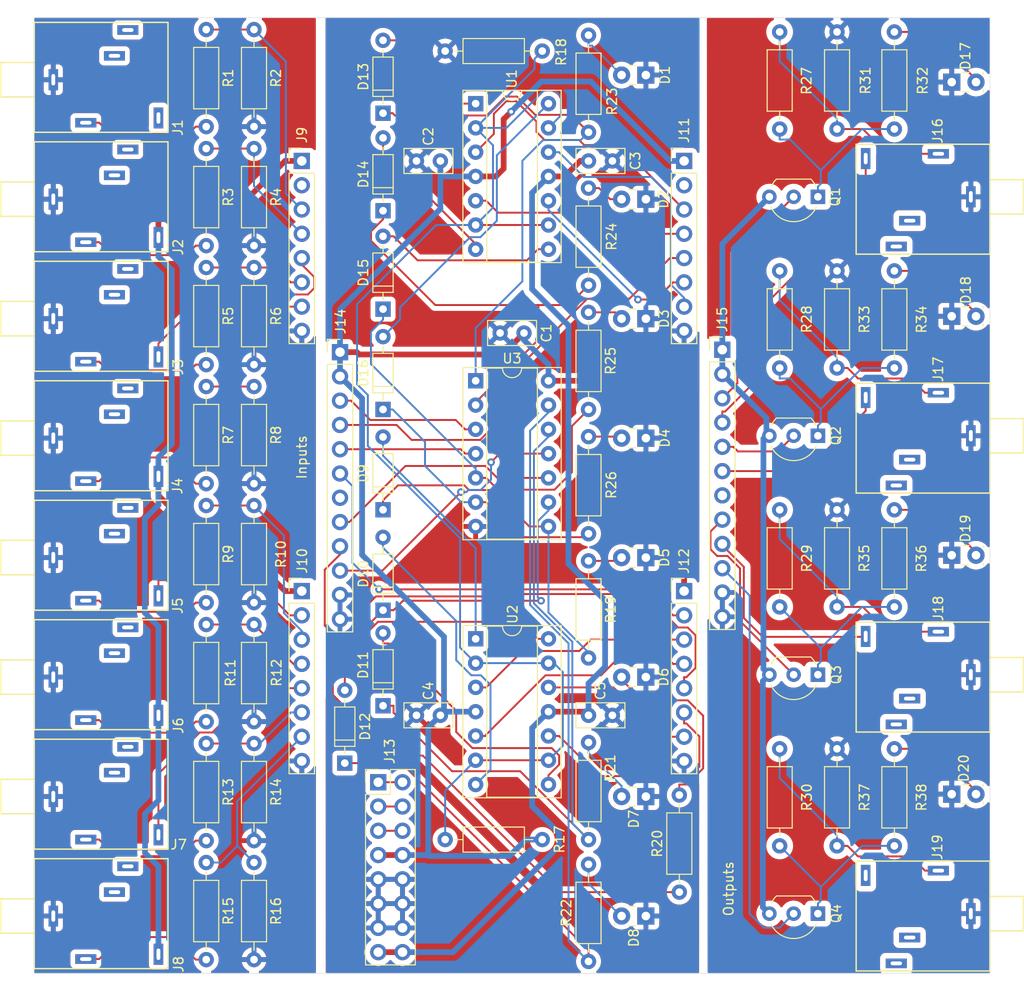
<source format=kicad_pcb>
(kicad_pcb (version 20241229) (generator "pcbnew") (generator_version "9.0")
  (layers (0 "F.Cu" signal) (2 "B.Cu" signal) (13 "F.Paste" user) (15 "B.Paste" user) (5 "F.SilkS" user "F.Silkscreen") (7 "B.SilkS" user "B.Silkscreen") (1 "F.Mask" user) (3 "B.Mask" user) (25 "Edge.Cuts" user))
  (net 0 "")
  (net 1 "/-12V_B")
  (net 2 "Net-(D1-Pad2)")
  (net 3 "Net-(D2-Pad2)")
  (net 4 "Net-(D3-Pad2)")
  (net 5 "Net-(D4-Pad2)")
  (net 6 "Net-(D5-Pad2)")
  (net 7 "Net-(D6-Pad2)")
  (net 8 "Net-(D7-Pad2)")
  (net 9 "Net-(D8-Pad2)")
  (net 10 "Net-(D9-Pad2)")
  (net 11 "Net-(D9-Pad1)")
  (net 12 "Net-(D10-Pad1)")
  (net 13 "Net-(D10-Pad2)")
  (net 14 "Net-(D11-Pad2)")
  (net 15 "Net-(D11-Pad1)")
  (net 16 "Net-(D12-Pad1)")
  (net 17 "Net-(D12-Pad2)")
  (net 18 "Net-(D13-Pad2)")
  (net 19 "Net-(D13-Pad1)")
  (net 20 "Net-(D14-Pad1)")
  (net 21 "Net-(D14-Pad2)")
  (net 22 "Net-(D15-Pad2)")
  (net 23 "Net-(D15-Pad1)")
  (net 24 "Net-(D16-Pad1)")
  (net 25 "Net-(D16-Pad2)")
  (net 26 "/GND_C")
  (net 27 "Net-(D17-Pad2)")
  (net 28 "Net-(D18-Pad2)")
  (net 29 "Net-(D19-Pad2)")
  (net 30 "Net-(D20-Pad2)")
  (net 31 "Net-(J1-Pad3)")
  (net 32 "Net-(J1-Pad2)")
  (net 33 "Net-(J2-Pad3)")
  (net 34 "Net-(J3-Pad3)")
  (net 35 "/1_Carry_A")
  (net 36 "Net-(J4-Pad3)")
  (net 37 "/2_Carry_A")
  (net 38 "Net-(J5-Pad3)")
  (net 39 "Net-(J6-Pad3)")
  (net 40 "Net-(J7-Pad3)")
  (net 41 "/3_Carry_A")
  (net 42 "Net-(J8-Pad3)")
  (net 43 "/IN2B_A")
  (net 44 "/IN2A_A")
  (net 45 "/IN1B_A")
  (net 46 "/IN1A_A")
  (net 47 "Net-(J9-Pad2)")
  (net 48 "/IN4B_A")
  (net 49 "/IN4A_A")
  (net 50 "/IN3B_A")
  (net 51 "/IN3A_A")
  (net 52 "Net-(J11-Pad2)")
  (net 53 "/IN1A_B")
  (net 54 "/IN1B_B")
  (net 55 "/1_Carry_B")
  (net 56 "/IN2A_B")
  (net 57 "/IN2B_B")
  (net 58 "/2_Carry_B")
  (net 59 "/IN3A_B")
  (net 60 "/IN3B_B")
  (net 61 "/3_Carry_B")
  (net 62 "/IN4A_B")
  (net 63 "/IN4B_B")
  (net 64 "Net-(J13-Pad5)")
  (net 65 "Net-(J13-Pad3)")
  (net 66 "Net-(J13-Pad1)")
  (net 67 "/Out4_B")
  (net 68 "/Out3_B")
  (net 69 "Net-(J14-Pad7)")
  (net 70 "/Out2_B")
  (net 71 "/Out1_C")
  (net 72 "/1_Carry_C")
  (net 73 "/Out2_C")
  (net 74 "/2_Carry_C")
  (net 75 "Net-(J15-Pad7)")
  (net 76 "/Out3_C")
  (net 77 "/3_Carry_C")
  (net 78 "/Out4_C")
  (net 79 "Net-(J16-Pad3)")
  (net 80 "Net-(J17-Pad3)")
  (net 81 "Net-(J18-Pad3)")
  (net 82 "Net-(J19-Pad3)")
  (net 83 "Net-(J19-Pad2)")
  (net 84 "Net-(Q1-Pad1)")
  (net 85 "Net-(Q2-Pad1)")
  (net 86 "Net-(Q3-Pad1)")
  (net 87 "Net-(Q4-Pad1)")
  (net 88 "+12V_B")
  (net 89 "GND_B")
  (net 90 "GND_A")
  (net 91 "+12VDC_A")
  (net 92 "+12V_C")
  (net 93 "Bias")
  (net 94 "/Out1_B")
  (footprint "Capacitors_THT:C_Disc_D5.0mm_W2.5mm_P2.50mm" (layer "F.Cu") (at 48.75 33)
    (property "Reference" "C1")
    (property "Value" "10uF")
  )
  (footprint "Capacitors_THT:C_Disc_D5.0mm_W2.5mm_P2.50mm" (layer "F.Cu") (at 40 15)
    (property "Reference" "C2")
    (property "Value" "10uF")
  )
  (footprint "Capacitors_THT:C_Disc_D5.0mm_W2.5mm_P2.50mm" (layer "F.Cu") (at 58 15)
    (property "Reference" "C3")
    (property "Value" "10uF")
  )
  (footprint "Capacitors_THT:C_Disc_D5.0mm_W2.5mm_P2.50mm" (layer "F.Cu") (at 40 73)
    (property "Reference" "C4")
    (property "Value" "10uF")
  )
  (footprint "Capacitors_THT:C_Disc_D5.0mm_W2.5mm_P2.50mm" (layer "F.Cu") (at 58 73)
    (property "Reference" "C5")
    (property "Value" "10uF")
  )
  (footprint "LEDs:LED_Rectangular_W3.9mm_H1.9mm" (layer "F.Cu") (at 64 6.0147 180)
    (property "Reference" "D1")
    (property "Value" "LED")
  )
  (footprint "LEDs:LED_Rectangular_W3.9mm_H1.9mm" (layer "F.Cu") (at 64 19 180)
    (property "Reference" "D2")
    (property "Value" "LED")
  )
  (footprint "LEDs:LED_Rectangular_W3.9mm_H1.9mm" (layer "F.Cu") (at 64 31.5 180)
    (property "Reference" "D3")
    (property "Value" "LED")
  )
  (footprint "LEDs:LED_Rectangular_W3.9mm_H1.9mm" (layer "F.Cu") (at 64 44 180)
    (property "Reference" "D4")
    (property "Value" "LED")
  )
  (footprint "LEDs:LED_Rectangular_W3.9mm_H1.9mm" (layer "F.Cu") (at 64 56.5 180)
    (property "Reference" "D5")
    (property "Value" "LED")
  )
  (footprint "LEDs:LED_Rectangular_W3.9mm_H1.9mm" (layer "F.Cu") (at 64 69 180)
    (property "Reference" "D6")
    (property "Value" "LED")
  )
  (footprint "LEDs:LED_Rectangular_W3.9mm_H1.9mm" (layer "F.Cu") (at 64 81.5 180)
    (property "Reference" "D7")
    (property "Value" "LED")
  )
  (footprint "LEDs:LED_Rectangular_W3.9mm_H1.9mm" (layer "F.Cu") (at 64 94 180)
    (property "Reference" "D8")
    (property "Value" "LED")
  )
  (footprint "Diodes_THT:D_DO-35_SOD27_P7.62mm_Horizontal" (layer "F.Cu") (at 36.5 51.5 90)
    (property "Reference" "D9")
    (property "Value" "1N4148")
  )
  (footprint "Diodes_THT:D_DO-35_SOD27_P7.62mm_Horizontal" (layer "F.Cu") (at 36.5 62 90)
    (property "Reference" "D10")
    (property "Value" "1N4148")
  )
  (footprint "Diodes_THT:D_DO-35_SOD27_P7.62mm_Horizontal" (layer "F.Cu") (at 36.5 72 90)
    (property "Reference" "D11")
    (property "Value" "1N4148")
  )
  (footprint "Diodes_THT:D_DO-35_SOD27_P7.62mm_Horizontal" (layer "F.Cu") (at 32.5 78 90)
    (property "Reference" "D12")
    (property "Value" "1N4148")
  )
  (footprint "Diodes_THT:D_DO-35_SOD27_P7.62mm_Horizontal" (layer "F.Cu") (at 36.5 10 90)
    (property "Reference" "D13")
    (property "Value" "1N4148")
  )
  (footprint "Diodes_THT:D_DO-35_SOD27_P7.62mm_Horizontal" (layer "F.Cu") (at 36.5 20.2057 90)
    (property "Reference" "D14")
    (property "Value" "1N4148")
  )
  (footprint "Diodes_THT:D_DO-35_SOD27_P7.62mm_Horizontal" (layer "F.Cu") (at 36.5 30.5 90)
    (property "Reference" "D15")
    (property "Value" "1N4148")
  )
  (footprint "Diodes_THT:D_DO-35_SOD27_P7.62mm_Horizontal" (layer "F.Cu") (at 36.5 41 90)
    (property "Reference" "D16")
    (property "Value" "1N4148")
  )
  (footprint "LEDs:LED_Rectangular_W3.9mm_H1.9mm" (layer "F.Cu") (at 96 6.75)
    (property "Reference" "D17")
    (property "Value" "LED")
  )
  (footprint "LEDs:LED_Rectangular_W3.9mm_H1.9mm" (layer "F.Cu") (at 96 31.25)
    (property "Reference" "D18")
    (property "Value" "LED")
  )
  (footprint "LEDs:LED_Rectangular_W3.9mm_H1.9mm" (layer "F.Cu") (at 96 56.25)
    (property "Reference" "D19")
    (property "Value" "LED")
  )
  (footprint "LEDs:LED_Rectangular_W3.9mm_H1.9mm" (layer "F.Cu") (at 96 81.25)
    (property "Reference" "D20")
    (property "Value" "LED")
  )
  (footprint "Pin_Headers:Pin_Header_Straight_1x08_Pitch2.54mm" (layer "F.Cu") (at 28 15)
    (property "Reference" "J9")
    (property "Value" "Conn_01x08")
  )
  (footprint "Pin_Headers:Pin_Header_Straight_1x08_Pitch2.54mm" (layer "F.Cu") (at 28 60)
    (property "Reference" "J10")
    (property "Value" "Conn_01x08")
  )
  (footprint "Pin_Headers:Pin_Header_Straight_1x08_Pitch2.54mm" (layer "F.Cu") (at 68 15)
    (property "Reference" "J11")
    (property "Value" "Conn_01x08")
  )
  (footprint "Pin_Headers:Pin_Header_Straight_1x08_Pitch2.54mm" (layer "F.Cu") (at 68 60)
    (property "Reference" "J12")
    (property "Value" "Conn_01x08")
  )
  (footprint "Pin_Headers:Pin_Header_Straight_2x08_Pitch2.54mm" (layer "F.Cu") (at 36 80)
    (property "Reference" "J13")
    (property "Value" "Conn_02x08_Odd_Even")
  )
  (footprint "Pin_Headers:Pin_Header_Straight_1x12_Pitch2.54mm" (layer "F.Cu") (at 32 35)
    (property "Reference" "J14")
    (property "Value" "Conn_01x12")
  )
  (footprint "Pin_Headers:Pin_Header_Straight_1x12_Pitch2.54mm" (layer "F.Cu") (at 72 34.75)
    (property "Reference" "J15")
    (property "Value" "Conn_01x12")
  )
  (footprint "Custom_Library:Mono_Jack_3.5mm_Switch_Switchcraft_35RAPC2AH3" (layer "F.Cu") (at 100 18.75 180)
    (property "Reference" "J16")
    (property "Value" "AudioJack1_Switch")
  )
  (footprint "Custom_Library:Mono_Jack_3.5mm_Switch_Switchcraft_35RAPC2AH3" (layer "F.Cu") (at 100 43.75 180)
    (property "Reference" "J17")
    (property "Value" "AudioJack1_Switch")
  )
  (footprint "Custom_Library:Mono_Jack_3.5mm_Switch_Switchcraft_35RAPC2AH3" (layer "F.Cu") (at 100 68.75 180)
    (property "Reference" "J18")
    (property "Value" "AudioJack1_Switch")
  )
  (footprint "Custom_Library:Mono_Jack_3.5mm_Switch_Switchcraft_35RAPC2AH3" (layer "F.Cu") (at 100 93.75 180)
    (property "Reference" "J19")
    (property "Value" "AudioJack1_Switch")
  )
  (footprint "TO_SOT_Packages_THT:TO-92_Inline_Wide" (layer "F.Cu") (at 82 18.75 180)
    (property "Reference" "Q1")
    (property "Value" "2N3904")
  )
  (footprint "TO_SOT_Packages_THT:TO-92_Inline_Wide" (layer "F.Cu") (at 82 43.75 180)
    (property "Reference" "Q2")
    (property "Value" "2N3904")
  )
  (footprint "TO_SOT_Packages_THT:TO-92_Inline_Wide" (layer "F.Cu") (at 82 68.75 180)
    (property "Reference" "Q3")
    (property "Value" "2N3904")
  )
  (footprint "TO_SOT_Packages_THT:TO-92_Inline_Wide" (layer "F.Cu") (at 82 93.75 180)
    (property "Reference" "Q4")
    (property "Value" "2N3904")
  )
  (footprint "Resistors_THT:R_Axial_DIN0207_L6.3mm_D2.5mm_P10.16mm_Horizontal" (layer "F.Cu") (at 18 1.25 -90)
    (property "Reference" "R1")
    (property "Value" "1k")
  )
  (footprint "Resistors_THT:R_Axial_DIN0207_L6.3mm_D2.5mm_P10.16mm_Horizontal" (layer "F.Cu") (at 23 1.25 -90)
    (property "Reference" "R2")
    (property "Value" "100k")
  )
  (footprint "Resistors_THT:R_Axial_DIN0207_L6.3mm_D2.5mm_P10.16mm_Horizontal" (layer "F.Cu") (at 18 13.7 -90)
    (property "Reference" "R3")
    (property "Value" "1k")
  )
  (footprint "Resistors_THT:R_Axial_DIN0207_L6.3mm_D2.5mm_P10.16mm_Horizontal" (layer "F.Cu") (at 23 13.7 -90)
    (property "Reference" "R4")
    (property "Value" "100k")
  )
  (footprint "Resistors_THT:R_Axial_DIN0207_L6.3mm_D2.5mm_P10.16mm_Horizontal" (layer "F.Cu") (at 18 26.15 -90)
    (property "Reference" "R5")
    (property "Value" "1k")
  )
  (footprint "Resistors_THT:R_Axial_DIN0207_L6.3mm_D2.5mm_P10.16mm_Horizontal" (layer "F.Cu") (at 23 26.15 -90)
    (property "Reference" "R6")
    (property "Value" "100k")
  )
  (footprint "Resistors_THT:R_Axial_DIN0207_L6.3mm_D2.5mm_P10.16mm_Horizontal" (layer "F.Cu") (at 18 38.6 -90)
    (property "Reference" "R7")
    (property "Value" "1k")
  )
  (footprint "Resistors_THT:R_Axial_DIN0207_L6.3mm_D2.5mm_P10.16mm_Horizontal" (layer "F.Cu") (at 23 38.6 -90)
    (property "Reference" "R8")
    (property "Value" "100k")
  )
  (footprint "Resistors_THT:R_Axial_DIN0207_L6.3mm_D2.5mm_P10.16mm_Horizontal" (layer "F.Cu") (at 18 51.05 -90)
    (property "Reference" "R9")
    (property "Value" "1k")
  )
  (footprint "Resistors_THT:R_Axial_DIN0207_L6.3mm_D2.5mm_P10.16mm_Horizontal" (layer "F.Cu") (at 23 51.05 -90)
    (property "Reference" "R10")
    (property "Value" "100k")
  )
  (footprint "Resistors_THT:R_Axial_DIN0207_L6.3mm_D2.5mm_P10.16mm_Horizontal" (layer "F.Cu") (at 18 63.5 -90)
    (property "Reference" "R11")
    (property "Value" "1k")
  )
  (footprint "Resistors_THT:R_Axial_DIN0207_L6.3mm_D2.5mm_P10.16mm_Horizontal" (layer "F.Cu") (at 23 63.5 -90)
    (property "Reference" "R12")
    (property "Value" "100k")
  )
  (footprint "Resistors_THT:R_Axial_DIN0207_L6.3mm_D2.5mm_P10.16mm_Horizontal" (layer "F.Cu") (at 18 75.95 -90)
    (property "Reference" "R13")
    (property "Value" "1k")
  )
  (footprint "Resistors_THT:R_Axial_DIN0207_L6.3mm_D2.5mm_P10.16mm_Horizontal" (layer "F.Cu") (at 23 75.95 -90)
    (property "Reference" "R14")
    (property "Value" "100k")
  )
  (footprint "Resistors_THT:R_Axial_DIN0207_L6.3mm_D2.5mm_P10.16mm_Horizontal" (layer "F.Cu") (at 18 88.4 -90)
    (property "Reference" "R15")
    (property "Value" "1k")
  )
  (footprint "Resistors_THT:R_Axial_DIN0207_L6.3mm_D2.5mm_P10.16mm_Horizontal" (layer "F.Cu") (at 23 88.4 -90)
    (property "Reference" "R16")
    (property "Value" "100k")
  )
  (footprint "Resistors_THT:R_Axial_DIN0207_L6.3mm_D2.5mm_P10.16mm_Horizontal" (layer "F.Cu") (at 43 86)
    (property "Reference" "R17")
    (property "Value" "100k")
  )
  (footprint "Resistors_THT:R_Axial_DIN0207_L6.3mm_D2.5mm_P10.16mm_Horizontal" (layer "F.Cu") (at 43 3.5)
    (property "Reference" "R18")
    (property "Value" "10k")
  )
  (footprint "Resistors_THT:R_Axial_DIN0207_L6.3mm_D2.5mm_P10.16mm_Horizontal" (layer "F.Cu") (at 58 67 90)
    (property "Reference" "R19")
    (property "Value" "2k7")
  )
  (footprint "Resistors_THT:R_Axial_DIN0207_L6.3mm_D2.5mm_P10.16mm_Horizontal" (layer "F.Cu") (at 67.5 91.5 90)
    (property "Reference" "R20")
    (property "Value" "2k7")
  )
  (footprint "Resistors_THT:R_Axial_DIN0207_L6.3mm_D2.5mm_P10.16mm_Horizontal" (layer "F.Cu") (at 58 86 90)
    (property "Reference" "R21")
    (property "Value" "2k7")
  )
  (footprint "Resistors_THT:R_Axial_DIN0207_L6.3mm_D2.5mm_P10.16mm_Horizontal" (layer "F.Cu") (at 58 98.75 90)
    (property "Reference" "R22")
    (property "Value" "2k7")
  )
  (footprint "Resistors_THT:R_Axial_DIN0207_L6.3mm_D2.5mm_P10.16mm_Horizontal" (layer "F.Cu") (at 58 12 90)
    (property "Reference" "R23")
    (property "Value" "2k7")
  )
  (footprint "Resistors_THT:R_Axial_DIN0207_L6.3mm_D2.5mm_P10.16mm_Horizontal" (layer "F.Cu") (at 58 28 90)
    (property "Reference" "R24")
    (property "Value" "2k7")
  )
  (footprint "Resistors_THT:R_Axial_DIN0207_L6.3mm_D2.5mm_P10.16mm_Horizontal" (layer "F.Cu") (at 58 41 90)
    (property "Reference" "R25")
    (property "Value" "2k7")
  )
  (footprint "Resistors_THT:R_Axial_DIN0207_L6.3mm_D2.5mm_P10.16mm_Horizontal" (layer "F.Cu") (at 58 54 90)
    (property "Reference" "R26")
    (property "Value" "2k7")
  )
  (footprint "Resistors_THT:R_Axial_DIN0207_L6.3mm_D2.5mm_P10.16mm_Horizontal" (layer "F.Cu") (at 78 1.5 -90)
    (property "Reference" "R27")
    (property "Value" "1k")
  )
  (footprint "Resistors_THT:R_Axial_DIN0207_L6.3mm_D2.5mm_P10.16mm_Horizontal" (layer "F.Cu") (at 78 26.5 -90)
    (property "Reference" "R28")
    (property "Value" "1k")
  )
  (footprint "Resistors_THT:R_Axial_DIN0207_L6.3mm_D2.5mm_P10.16mm_Horizontal" (layer "F.Cu") (at 78 51.5 -90)
    (property "Reference" "R29")
    (property "Value" "1k")
  )
  (footprint "Resistors_THT:R_Axial_DIN0207_L6.3mm_D2.5mm_P10.16mm_Horizontal" (layer "F.Cu") (at 78 76.5 -90)
    (property "Reference" "R30")
    (property "Value" "1k")
  )
  (footprint "Resistors_THT:R_Axial_DIN0207_L6.3mm_D2.5mm_P10.16mm_Horizontal" (layer "F.Cu") (at 84 1.5 -90)
    (property "Reference" "R31")
    (property "Value" "1k")
  )
  (footprint "Resistors_THT:R_Axial_DIN0207_L6.3mm_D2.5mm_P10.16mm_Horizontal" (layer "F.Cu") (at 90 1.5 -90)
    (property "Reference" "R32")
    (property "Value" "2k7")
  )
  (footprint "Resistors_THT:R_Axial_DIN0207_L6.3mm_D2.5mm_P10.16mm_Horizontal" (layer "F.Cu") (at 84 26.5 -90)
    (property "Reference" "R33")
    (property "Value" "1k")
  )
  (footprint "Resistors_THT:R_Axial_DIN0207_L6.3mm_D2.5mm_P10.16mm_Horizontal" (layer "F.Cu") (at 90 26.5 -90)
    (property "Reference" "R34")
    (property "Value" "2k7")
  )
  (footprint "Resistors_THT:R_Axial_DIN0207_L6.3mm_D2.5mm_P10.16mm_Horizontal" (layer "F.Cu") (at 84 51.5 -90)
    (property "Reference" "R35")
    (property "Value" "1k")
  )
  (footprint "Resistors_THT:R_Axial_DIN0207_L6.3mm_D2.5mm_P10.16mm_Horizontal" (layer "F.Cu") (at 90 51.5 -90)
    (property "Reference" "R36")
    (property "Value" "2k7")
  )
  (footprint "Resistors_THT:R_Axial_DIN0207_L6.3mm_D2.5mm_P10.16mm_Horizontal" (layer "F.Cu") (at 84 76.5 -90)
    (property "Reference" "R37")
    (property "Value" "1k")
  )
  (footprint "Resistors_THT:R_Axial_DIN0207_L6.3mm_D2.5mm_P10.16mm_Horizontal" (layer "F.Cu") (at 90 76.5 -90)
    (property "Reference" "R38")
    (property "Value" "2k7")
  )
  (footprint "Housings_DIP:DIP-14_W7.62mm_Socket" (layer "F.Cu") (at 46.19 9)
    (property "Reference" "U1")
    (property "Value" "TL074")
  )
  (footprint "Housings_DIP:DIP-14_W7.62mm_Socket" (layer "F.Cu") (at 46.19 65)
    (property "Reference" "U2")
    (property "Value" "TL074")
  )
  (footprint "Custom_Library:Mono_Jack_3.5mm_Switch_Switchcraft_35RAPC2AH3" (layer "F.Cu") (at 0 56.5)
    (property "Reference" "J5")
    (property "Value" "AudioJack1_Switch")
  )
  (footprint "Custom_Library:Mono_Jack_3.5mm_Switch_Switchcraft_35RAPC2AH3" (layer "F.Cu") (at 0 6.5)
    (property "Reference" "J1")
    (property "Value" "AudioJack1_Switch")
  )
  (footprint "Custom_Library:Mono_Jack_3.5mm_Switch_Switchcraft_35RAPC2AH3" (layer "F.Cu") (at 0 94)
    (property "Reference" "J8")
    (property "Value" "AudioJack1_Switch")
  )
  (footprint "Custom_Library:Mono_Jack_3.5mm_Switch_Switchcraft_35RAPC2AH3" (layer "F.Cu") (at 0 31.5)
    (property "Reference" "J3")
    (property "Value" "AudioJack1_Switch")
  )
  (footprint "Custom_Library:Mono_Jack_3.5mm_Switch_Switchcraft_35RAPC2AH3" (layer "F.Cu") (at 0 69)
    (property "Reference" "J6")
    (property "Value" "AudioJack1_Switch")
  )
  (footprint "Custom_Library:Mono_Jack_3.5mm_Switch_Switchcraft_35RAPC2AH3" (layer "F.Cu") (at 0 19)
    (property "Reference" "J2")
    (property "Value" "AudioJack1_Switch")
  )
  (footprint "Custom_Library:Mono_Jack_3.5mm_Switch_Switchcraft_35RAPC2AH3" (layer "F.Cu") (at 0 81.5)
    (property "Reference" "J7")
    (property "Value" "AudioJack1_Switch")
  )
  (footprint "Custom_Library:Mono_Jack_3.5mm_Switch_Switchcraft_35RAPC2AH3" (layer "F.Cu") (at 0 44)
    (property "Reference" "J4")
    (property "Value" "AudioJack1_Switch")
  )
  (footprint "Housings_DIP:DIP-14_W7.62mm_Socket" (layer "F.Cu") (at 46.19 38)
    (property "Reference" "U3")
    (property "Value" "CD4070")
  )
  (gr_line (start 0 0) (end 100 0) (stroke (width 0.05)) (layer "Edge.Cuts"))
  (gr_line (start 0 100) (end 100 100) (stroke (width 0.05)) (layer "Edge.Cuts"))
  (gr_line (start 100 0) (end 100 100) (stroke (width 0.05)) (layer "Edge.Cuts"))
  (gr_line (start 0 0) (end 0 100) (stroke (width 0.05)) (layer "Edge.Cuts"))
  (gr_text "Outputs" (at 72.6567 91.14282 90) (layer "F.SilkS") (effects (font (size 1 1))))
  (gr_text "Inputs" (at 28 46 90) (layer "F.SilkS") (effects (font (size 1 1))))
  (segment (start 55.5103 16.62) (end 57.1303 15) (width 0.6) (layer "F.Cu") (net 1))
  (segment (start 36 97.78) (end 38.54 97.78) (width 0.6) (layer "F.Cu") (net 1))
  (segment (start 53.81 16.62) (end 55.5103 16.62) (width 0.6) (layer "F.Cu") (net 1))
  (segment (start 53.81 72.62) (end 57.62 72.62) (width 0.6) (layer "F.Cu") (net 1))
  (segment (start 57.62 72.62) (end 58 73) (width 0.6) (layer "F.Cu") (net 1))
  (segment (start 57.1303 15) (end 58 15) (width 0.6) (layer "F.Cu") (net 1))
  (segment (start 58 73) (end 58 69.6594) (width 0.6) (layer "B.Cu") (net 1))
  (segment (start 55.8992 32.213) (end 52.095 28.4088) (width 0.6) (layer "B.Cu") (net 1))
  (segment (start 52.095 28.4088) (end 52.095 18.335) (width 0.6) (layer "B.Cu") (net 1))
  (segment (start 43.815 97.78) (end 54.9071 86.6879) (width 0.6) (layer "B.Cu") (net 1))
  (segment (start 54.9071 85.3084) (end 52.1027 82.504) (width 0.6) (layer "B.Cu") (net 1))
  (segment (start 58 69.6594) (end 59.7345 67.9249) (width 0.6) (layer "B.Cu") (net 1))
  (segment (start 52.095 18.335) (end 53.81 16.62) (width 0.6) (layer "B.Cu") (net 1))
  (segment (start 38.54 97.78) (end 43.815 97.78) (width 0.6) (layer "B.Cu") (net 1))
  (segment (start 54.9071 86.6879) (end 54.9071 85.3084) (width 0.6) (layer "B.Cu") (net 1))
  (segment (start 59.7345 67.9249) (end 59.7345 60.9791) (width 0.6) (layer "B.Cu") (net 1))
  (segment (start 55.8992 57.1438) (end 55.8992 32.213) (width 0.6) (layer "B.Cu") (net 1))
  (segment (start 52.1027 74.3273) (end 53.81 72.62) (width 0.6) (layer "B.Cu") (net 1))
  (segment (start 52.1027 82.504) (end 52.1027 74.3273) (width 0.6) (layer "B.Cu") (net 1))
  (segment (start 59.7345 60.9791) (end 55.8992 57.1438) (width 0.6) (layer "B.Cu") (net 1))
  (segment (start 58 1.84) (end 58 2.9403) (width 0.2) (layer "B.Cu") (net 2))
  (segment (start 58 2.9403) (end 58.3856 2.9403) (width 0.2) (layer "B.Cu") (net 2))
  (segment (start 58.3856 2.9403) (end 61.46 6.0147) (width 0.2) (layer "B.Cu") (net 2))
  (segment (start 60.2603 19) (end 61.46 19) (width 0.2) (layer "F.Cu") (net 3))
  (segment (start 59.1003 17.84) (end 60.2603 19) (width 0.2) (layer "F.Cu") (net 3))
  (segment (start 58 17.84) (end 59.1003 17.84) (width 0.2) (layer "F.Cu") (net 3))
  (segment (start 58 30.84) (end 60.8 30.84) (width 0.2) (layer "F.Cu") (net 4))
  (segment (start 60.8 30.84) (end 61.46 31.5) (width 0.2) (layer "F.Cu") (net 4))
  (segment (start 58 43.84) (end 61.3 43.84) (width 0.2) (layer "F.Cu") (net 5))
  (segment (start 61.3 43.84) (end 61.46 44) (width 0.2) (layer "F.Cu") (net 5))
  (segment (start 58 56.84) (end 61.12 56.84) (width 0.2) (layer "F.Cu") (net 6))
  (segment (start 61.12 56.84) (end 61.46 56.5) (width 0.2) (layer "F.Cu") (net 6))
  (segment (start 61.46 69.2725) (end 61.46 69) (width 0.2) (layer "F.Cu") (net 7))
  (segment (start 68.3768 71.43) (end 63.6175 71.43) (width 0.2) (layer "F.Cu") (net 7))
  (segment (start 67.5 81.34) (end 67.5 80.2397) (width 0.2) (layer "F.Cu") (net 7))
  (segment (start 68.3026 80.2397) (end 69.9948 78.5475) (width 0.2) (layer "F.Cu") (net 7))
  (segment (start 69.9948 78.5475) (end 69.9948 73.048) (width 0.2) (layer "F.Cu") (net 7))
  (segment (start 67.5 80.2397) (end 68.3026 80.2397) (width 0.2) (layer "F.Cu") (net 7))
  (segment (start 63.6175 71.43) (end 61.46 69.2725) (width 0.2) (layer "F.Cu") (net 7))
  (segment (start 69.9948 73.048) (end 68.3768 71.43) (width 0.2) (layer "F.Cu") (net 7))
  (segment (start 61.46 80.4003) (end 61.46 81.5) (width 0.2) (layer "B.Cu") (net 8))
  (segment (start 58 75.84) (end 58 76.9403) (width 0.2) (layer "B.Cu") (net 8))
  (segment (start 58 76.9403) (end 61.46 80.4003) (width 0.2) (layer "B.Cu") (net 8))
  (segment (start 58 90.60344) (end 61.39656 94) (width 0.2) (layer "B.Cu") (net 9))
  (segment (start 61.39656 94) (end 61.46 94) (width 0.2) (layer "B.Cu") (net 9))
  (segment (start 58 88.59) (end 58 90.60344) (width 0.2) (layer "B.Cu") (net 9))
  (segment (start 36.5 45.8403) (end 36.5 45.01137) (width 0.2) (layer "B.Cu") (net 10))
  (segment (start 36.5 45.01137) (end 36.5 43.88) (width 0.2) (layer "B.Cu") (net 10))
  (segment (start 46.19 55.5303) (end 36.5 45.8403) (width 0.2) (layer "B.Cu") (net 10))
  (segment (start 46.19 65) (end 46.19 55.5303) (width 0.2) (layer "B.Cu") (net 10))
  (segment (start 51.804 53.24) (end 47.994 49.43) (width 0.2) (layer "F.Cu") (net 11))
  (segment (start 38.060782 48.939218) (end 36.5 50.5) (width 0.2) (layer "F.Cu") (net 11))
  (segment (start 47.994 49.43) (end 45.495224 49.43) (width 0.2) (layer "F.Cu") (net 11))
  (segment (start 45.495224 49.43) (end 45.004442 48.939218) (width 0.2) (layer "F.Cu") (net 11))
  (segment (start 53.81 53.24) (end 51.804 53.24) (width 0.2) (layer "F.Cu") (net 11))
  (segment (start 36.5 50.5) (end 36.5 51.5) (width 0.2) (layer "F.Cu") (net 11))
  (segment (start 45.004442 48.939218) (end 38.060782 48.939218) (width 0.2) (layer "F.Cu") (net 11))
  (segment (start 53.81 62.2439) (end 53.81 54.3403) (width 0.2) (layer "B.Cu") (net 11))
  (segment (start 58 66.4339) (end 53.81 62.2439) (width 0.2) (layer "B.Cu") (net 11))
  (segment (start 58 67) (end 58 66.4339) (width 0.2) (layer "B.Cu") (net 11))
  (segment (start 53.81 53.24) (end 53.81 54.3403) (width 0.2) (layer "B.Cu") (net 11))
  (segment (start 37.6003 62) (end 38.5887 61.0116) (width 0.2) (layer "F.Cu") (net 12))
  (segment (start 37.60774 77.2165) (end 40.6583 77.2165) (width 0.2) (layer "F.Cu") (net 12))
  (segment (start 54.9418 91.5) (end 67.5 91.5) (width 0.2) (layer "F.Cu") (net 12))
  (segment (start 36.5 62) (end 31.24708 67.25292) (width 0.2) (layer "F.Cu") (net 12))
  (segment (start 31.24708 70.85584) (end 37.60774 77.2165) (width 0.2) (layer "F.Cu") (net 12))
  (segment (start 36.5 62) (end 37.6003 62) (width 0.2) (layer "F.Cu") (net 12))
  (segment (start 31.24708 67.25292) (end 31.24708 70.85584) (width 0.2) (layer "F.Cu") (net 12))
  (segment (start 40.6583 77.2165) (end 54.9418 91.5) (width 0.2) (layer "F.Cu") (net 12))
  (segment (start 38.5887 61.0116) (end 53.0312 61.0116) (width 0.2) (layer "F.Cu") (net 12))
  (via (at 53.0312 61.0116) (size 0.8) (drill 0.4) (layers "F.Cu" "B.Cu") (net 12))
  (segment (start 52.6879 60.6683) (end 53.0312 61.0116) (width 0.2) (layer "B.Cu") (net 12))
  (segment (start 53.81 50.7) (end 53.81 51.5746) (width 0.2) (layer "B.Cu") (net 12))
  (segment (start 52.6879 52.6967) (end 52.6879 60.6683) (width 0.2) (layer "B.Cu") (net 12))
  (segment (start 53.81 51.5746) (end 52.6879 52.6967) (width 0.2) (layer "B.Cu") (net 12))
  (segment (start 45.73664 68.81) (end 44.1616 67.23496) (width 0.2) (layer "B.Cu") (net 13))
  (segment (start 47.7443 78.6857) (end 47.7443 69.81944) (width 0.2) (layer "B.Cu") (net 13))
  (segment (start 46.19 80.24) (end 47.7443 78.6857) (width 0.2) (layer "B.Cu") (net 13))
  (segment (start 36.5 55.4803) (end 36.5 54.38) (width 0.2) (layer "B.Cu") (net 13))
  (segment (start 44.1616 63.1419) (end 36.5 55.4803) (width 0.2) (layer "B.Cu") (net 13))
  (segment (start 46.73486 68.81) (end 45.73664 68.81) (width 0.2) (layer "B.Cu") (net 13))
  (segment (start 47.7443 69.81944) (end 46.73486 68.81) (width 0.2) (layer "B.Cu") (net 13))
  (segment (start 44.1616 67.23496) (end 44.1616 63.1419) (width 0.2) (layer "B.Cu") (net 13))
  (segment (start 54.1495 76.43) (end 45.8454 76.43) (width 0.2) (layer "F.Cu") (net 14))
  (segment (start 53.81 80.24) (end 53.81 79.2772) (width 0.2) (layer "F.Cu") (net 14))
  (segment (start 36.5 65.4803) (end 36.5 64.38) (width 0.2) (layer "F.Cu") (net 14))
  (segment (start 54.9241 77.2046) (end 54.1495 76.43) (width 0.2) (layer "F.Cu") (net 14))
  (segment (start 37.1171 65.4803) (end 36.5 65.4803) (width 0.2) (layer "F.Cu") (net 14))
  (segment (start 53.81 79.2772) (end 54.9241 78.1631) (width 0.2) (layer "F.Cu") (net 14))
  (segment (start 45.8454 76.43) (end 44.155 74.7396) (width 0.2) (layer "F.Cu") (net 14))
  (segment (start 44.155 72.5182) (end 37.1171 65.4803) (width 0.2) (layer "F.Cu") (net 14))
  (segment (start 44.155 74.7396) (end 44.155 72.5182) (width 0.2) (layer "F.Cu") (net 14))
  (segment (start 54.9241 78.1631) (end 54.9241 77.2046) (width 0.2) (layer "F.Cu") (net 14))
  (segment (start 50.8496 78.8496) (end 43.7278 78.8496) (width 0.2) (layer "F.Cu") (net 15))
  (segment (start 58 86) (end 50.8496 78.8496) (width 0.2) (layer "F.Cu") (net 15))
  (segment (start 43.7278 78.8496) (end 37.6003 72.7221) (width 0.2) (layer "F.Cu") (net 15))
  (segment (start 36.5 72) (end 37.6003 72) (width 0.2) (layer "F.Cu") (net 15))
  (segment (start 37.6003 72.7221) (end 37.6003 72) (width 0.2) (layer "F.Cu") (net 15))
  (segment (start 52.2876 45.37032) (end 53.81 43.84792) (width 0.2) (layer "B.Cu") (net 15))
  (segment (start 53.81 43.84792) (end 53.81 43.08) (width 0.2) (layer "B.Cu") (net 15))
  (segment (start 56.3078 65.3078) (end 52.2876 61.2876) (width 0.2) (layer "B.Cu") (net 15))
  (segment (start 52.2876 61.2876) (end 52.2876 45.37032) (width 0.2) (layer "B.Cu") (net 15))
  (segment (start 56.3078 84.3078) (end 56.3078 65.3078) (width 0.2) (layer "B.Cu") (net 15))
  (segment (start 58 86) (end 56.3078 84.3078) (width 0.2) (layer "B.Cu") (net 15))
  (segment (start 38.43188 78) (end 33.6003 78) (width 0.2) (layer "F.Cu") (net 16))
  (segment (start 58 98.75) (end 58 97.56812) (width 0.2) (layer "F.Cu") (net 16))
  (segment (start 33.6003 78) (end 32.5 78) (width 0.2) (layer "F.Cu") (net 16))
  (segment (start 58 97.56812) (end 38.43188 78) (width 0.2) (layer "F.Cu") (net 16))
  (segment (start 51.8872 43.22564) (end 51.8872 61.4535) (width 0.2) (layer "B.Cu") (net 16))
  (segment (start 55.9075 96.6575) (end 58 98.75) (width 0.2) (layer "B.Cu") (net 16))
  (segment (start 55.9075 65.4738) (end 55.9075 96.6575) (width 0.2) (layer "B.Cu") (net 16))
  (segment (start 51.8872 61.4535) (end 55.9075 65.4738) (width 0.2) (layer "B.Cu") (net 16))
  (segment (start 53.81 41.30284) (end 51.8872 43.22564) (width 0.2) (layer "B.Cu") (net 16))
  (segment (start 53.81 40.54) (end 53.81 41.30284) (width 0.2) (layer "B.Cu") (net 16))
  (segment (start 53.81 65) (end 52.7097 65) (width 0.2) (layer "F.Cu") (net 17))
  (segment (start 35.97148 63.21298) (end 32.5 66.68446) (width 0.2) (layer "F.Cu") (net 17))
  (segment (start 32.5 66.68446) (end 32.5 70.38) (width 0.2) (layer "F.Cu") (net 17))
  (segment (start 52.7097 65) (end 50.92268 63.21298) (width 0.2) (layer "F.Cu") (net 17))
  (segment (start 50.92268 63.21298) (end 35.97148 63.21298) (width 0.2) (layer "F.Cu") (net 17))
  (segment (start 44.42538 9) (end 37.80538 2.38) (width 0.2) (layer "F.Cu") (net 18))
  (segment (start 37.80538 2.38) (end 36.5 2.38) (width 0.2) (layer "F.Cu") (net 18))
  (segment (start 46.19 9) (end 44.42538 9) (width 0.2) (layer "F.Cu") (net 18))
  (segment (start 52.42306 10.17524) (end 50.51298 8.26516) (width 0.2) (layer "F.Cu") (net 19))
  (segment (start 58 12) (end 56.17524 10.17524) (width 0.2) (layer "F.Cu") (net 19))
  (segment (start 37.5 10) (end 36.5 10) (width 0.2) (layer "F.Cu") (net 19))
  (segment (start 47.34814 10.24128) (end 37.74128 10.24128) (width 0.2) (layer "F.Cu") (net 19))
  (segment (start 37.74128 10.24128) (end 37.5 10) (width 0.2) (layer "F.Cu") (net 19))
  (segment (start 50.51298 8.26516) (end 49.32426 8.26516) (width 0.2) (layer "F.Cu") (net 19))
  (segment (start 49.32426 8.26516) (end 47.34814 10.24128) (width 0.2) (layer "F.Cu") (net 19))
  (segment (start 56.17524 10.17524) (end 52.42306 10.17524) (width 0.2) (layer "F.Cu") (net 19))
  (segment (start 51.08 27.5923) (end 51.08 14.98032) (width 0.2) (layer "B.Cu") (net 19))
  (segment (start 46.19 38) (end 46.19 32.4823) (width 0.2) (layer "B.Cu") (net 19))
  (segment (start 51.08 14.98032) (end 53.25032 12.81) (width 0.2) (layer "B.Cu") (net 19))
  (segment (start 57.19 12.81) (end 58 12) (width 0.2) (layer "B.Cu") (net 19))
  (segment (start 46.19 32.4823) (end 51.08 27.5923) (width 0.2) (layer "B.Cu") (net 19))
  (segment (start 53.25032 12.81) (end 57.19 12.81) (width 0.2) (layer "B.Cu") (net 19))
  (segment (start 41.9613 30.0741) (end 35.2425 23.3553) (width 0.2) (layer "F.Cu") (net 20))
  (segment (start 58 28) (end 55.9259 30.0741) (width 0.2) (layer "F.Cu") (net 20))
  (segment (start 36.5 21.09958) (end 36.5 20.2057) (width 0.2) (layer "F.Cu") (net 20))
  (segment (start 46.19 40.2584) (end 52.7635 33.6849) (width 0.2) (layer "F.Cu") (net 20))
  (segment (start 52.7635 30.0741) (end 41.9613 30.0741) (width 0.2) (layer "F.Cu") (net 20))
  (segment (start 55.9259 30.0741) (end 52.7635 30.0741) (width 0.2) (layer "F.Cu") (net 20))
  (segment (start 46.19 40.54) (end 46.19 40.2584) (width 0.2) (layer "F.Cu") (net 20))
  (segment (start 52.7635 33.6849) (end 52.7635 30.0741) (width 0.2) (layer "F.Cu") (net 20))
  (segment (start 35.2425 22.35708) (end 36.5 21.09958) (width 0.2) (layer "F.Cu") (net 20))
  (segment (start 35.2425 23.3553) (end 35.2425 22.35708) (width 0.2) (layer "F.Cu") (net 20))
  (segment (start 36.5 13.99306) (end 36.5 12.5857) (width 0.2) (layer "F.Cu") (net 21))
  (segment (start 46.19 24.24) (end 46.19 23.68814) (width 0.2) (layer "F.Cu") (net 21))
  (segment (start 46.19 23.68814) (end 45.85462 23.35276) (width 0.2) (layer "F.Cu") (net 21))
  (segment (start 45.85462 23.34768) (end 36.5 13.99306) (width 0.2) (layer "F.Cu") (net 21))
  (segment (start 45.85462 23.35276) (end 45.85462 23.34768) (width 0.2) (layer "F.Cu") (net 21))
  (segment (start 52.7097 24.24) (end 51.5557 25.394) (width 0.2) (layer "F.Cu") (net 22))
  (segment (start 36.5 22.88) (end 37.6003 22.88) (width 0.2) (layer "F.Cu") (net 22))
  (segment (start 53.81 24.24) (end 52.7097 24.24) (width 0.2) (layer "F.Cu") (net 22))
  (segment (start 40.1143 25.394) (end 37.6003 22.88) (width 0.2) (layer "F.Cu") (net 22))
  (segment (start 51.5557 25.394) (end 40.1143 25.394) (width 0.2) (layer "F.Cu") (net 22))
  (segment (start 47.2903 48.16) (end 46.19 48.16) (width 0.2) (layer "F.Cu") (net 23))
  (segment (start 56.2604 42.7396) (end 56.2604 47.56972) (width 0.2) (layer "F.Cu") (net 23))
  (segment (start 54.43728 49.39284) (end 48.52314 49.39284) (width 0.2) (layer "F.Cu") (net 23))
  (segment (start 58 41) (end 56.2604 42.7396) (width 0.2) (layer "F.Cu") (net 23))
  (segment (start 48.52314 49.39284) (end 47.2903 48.16) (width 0.2) (layer "F.Cu") (net 23))
  (segment (start 56.2604 47.56972) (end 54.43728 49.39284) (width 0.2) (layer "F.Cu") (net 23))
  (segment (start 46.0525 47.0597) (end 35.23234 36.23954) (width 0.2) (layer "B.Cu") (net 23))
  (segment (start 36.5 31.6003) (end 36.5 30.5) (width 0.2) (layer "B.Cu") (net 23))
  (segment (start 46.19 48.16) (end 46.19 47.0597) (width 0.2) (layer "B.Cu") (net 23))
  (segment (start 46.19 47.0597) (end 46.0525 47.0597) (width 0.2) (layer "B.Cu") (net 23))
  (segment (start 35.23234 36.23954) (end 35.23234 32.86796) (width 0.2) (layer "B.Cu") (net 23))
  (segment (start 35.23234 32.86796) (end 36.5 31.6003) (width 0.2) (layer "B.Cu") (net 23))
  (segment (start 46.19 50.7) (end 47.2903 50.7) (width 0.2) (layer "F.Cu") (net 24))
  (segment (start 50.9536 54.3633) (end 57.6367 54.3633) (width 0.2) (layer "F.Cu") (net 24))
  (segment (start 57.6367 54.3633) (end 58 54) (width 0.2) (layer "F.Cu") (net 24))
  (segment (start 47.2903 50.7) (end 50.9536 54.3633) (width 0.2) (layer "F.Cu") (net 24))
  (segment (start 40.8941 44.3941) (end 40.8941 46.913582) (width 0.2) (layer "B.Cu") (net 24))
  (segment (start 36.5 41) (end 37.5 41) (width 0.2) (layer "B.Cu") (net 24))
  (segment (start 45.05863 50.7) (end 46.19 50.7) (width 0.2) (layer "B.Cu") (net 24))
  (segment (start 44.680518 50.7) (end 45.05863 50.7) (width 0.2) (layer "B.Cu") (net 24))
  (segment (start 40.8941 46.913582) (end 44.680518 50.7) (width 0.2) (layer "B.Cu") (net 24))
  (segment (start 37.5 41) (end 40.8941 44.3941) (width 0.2) (layer "B.Cu") (net 24))
  (segment (start 48.406011 21.256029) (end 46.69204 22.97) (width 0.2) (layer "B.Cu") (net 25))
  (segment (start 53.81 9) (end 48.406011 14.403989) (width 0.2) (layer "B.Cu") (net 25))
  (segment (start 48.406011 14.403989) (end 48.406011 21.256029) (width 0.2) (layer "B.Cu") (net 25))
  (segment (start 46.69204 22.97) (end 45.6227 22.97) (width 0.2) (layer "B.Cu") (net 25))
  (segment (start 37.299999 32.580001) (end 36.5 33.38) (width 0.2) (layer "B.Cu") (net 25))
  (segment (start 38.2796 31.6004) (end 37.299999 32.580001) (width 0.2) (layer "B.Cu") (net 25))
  (segment (start 38.2796 30.3131) (end 38.2796 31.6004) (width 0.2) (layer "B.Cu") (net 25))
  (segment (start 45.6227 22.97) (end 38.2796 30.3131) (width 0.2) (layer "B.Cu") (net 25))
  (segment (start 93.5744 1.5) (end 98.54 6.4656) (width 0.2) (layer "F.Cu") (net 27))
  (segment (start 90 1.5) (end 93.5744 1.5) (width 0.2) (layer "F.Cu") (net 27))
  (segment (start 98.54 6.4656) (end 98.54 6.75) (width 0.2) (layer "F.Cu") (net 27))
  (segment (start 94.1002 26.5) (end 98.54 30.9398) (width 0.2) (layer "F.Cu") (net 28))
  (segment (start 90 26.5) (end 94.1002 26.5) (width 0.2) (layer "F.Cu") (net 28))
  (segment (start 98.54 30.9398) (end 98.54 31.25) (width 0.2) (layer "F.Cu") (net 28))
  (segment (start 90 51.5) (end 94.1002 51.5) (width 0.2) (layer "F.Cu") (net 29))
  (segment (start 94.1002 51.5) (end 98.54 55.9398) (width 0.2) (layer "F.Cu") (net 29))
  (segment (start 98.54 55.9398) (end 98.54 56.25) (width 0.2) (layer "F.Cu") (net 29))
  (segment (start 98.54 80.9398) (end 98.54 81.25) (width 0.2) (layer "F.Cu") (net 30))
  (segment (start 94.1002 76.5) (end 98.54 80.9398) (width 0.2) (layer "F.Cu") (net 30))
  (segment (start 90 76.5) (end 94.1002 76.5) (width 0.2) (layer "F.Cu") (net 30))
  (segment (start 6.8003 11) (end 5.4 11) (width 0.2) (layer "F.Cu") (net 31))
  (segment (start 16.8997 11.41) (end 16.24978 12.05992) (width 0.2) (layer "F.Cu") (net 31))
  (segment (start 18 11.41) (end 16.8997 11.41) (width 0.2) (layer "F.Cu") (net 31))
  (segment (start 16.24978 12.05992) (end 7.86022 12.05992) (width 0.2) (layer "F.Cu") (net 31))
  (segment (start 7.86022 12.05992) (end 6.8003 11) (width 0.2) (layer "F.Cu") (net 31))
  (segment (start 16.8997 23.86) (end 15.9054 24.8543) (width 0.2) (layer "F.Cu") (net 33))
  (segment (start 5.4 23.5) (end 6.8003 23.5) (width 0.2) (layer "F.Cu") (net 33))
  (segment (start 8.1546 24.8543) (end 6.8003 23.5) (width 0.2) (layer "F.Cu") (net 33))
  (segment (start 15.9054 24.8543) (end 8.1546 24.8543) (width 0.2) (layer "F.Cu") (net 33))
  (segment (start 18 23.86) (end 16.8997 23.86) (width 0.2) (layer "F.Cu") (net 33))
  (segment (start 7.711 36.9107) (end 6.8003 36) (width 0.2) (layer "F.Cu") (net 34))
  (segment (start 5.4 36) (end 6.8003 36) (width 0.2) (layer "F.Cu") (net 34))
  (segment (start 16.8997 36.31) (end 16.299 36.9107) (width 0.2) (layer "F.Cu") (net 34))
  (segment (start 16.299 36.9107) (end 7.711 36.9107) (width 0.2) (layer "F.Cu") (net 34))
  (segment (start 18 36.31) (end 16.8997 36.31) (width 0.2) (layer "F.Cu") (net 34))
  (segment (start 29.30144 28.30576) (end 28.6372 28.97) (width 0.2) (layer "F.Cu") (net 35))
  (segment (start 28 25.16) (end 28 25.83338) (width 0.2) (layer "F.Cu") (net 35))
  (segment (start 28 25.83338) (end 28.18384 26.01722) (width 0.2) (layer "F.Cu") (net 35))
  (segment (start 28.18384 26.02484) (end 29.30144 27.14244) (width 0.2) (layer "F.Cu") (net 35))
  (segment (start 28.18384 26.01722) (end 28.18384 26.02484) (width 0.2) (layer "F.Cu") (net 35))
  (segment (start 29.30144 27.14244) (end 29.30144 28.30576) (width 0.2) (layer "F.Cu") (net 35))
  (segment (start 13 34.0997) (end 13 35.5) (width 0.2) (layer "F.Cu") (net 35))
  (segment (start 28.6372 28.97) (end 18.1297 28.97) (width 0.2) (layer "F.Cu") (net 35))
  (segment (start 18.1297 28.97) (end 13 34.0997) (width 0.2) (layer "F.Cu") (net 35))
  (segment (start 9.27804 46.02226) (end 6.8003 48.5) (width 0.2) (layer "F.Cu") (net 36))
  (segment (start 16.8997 48.76) (end 14.16196 46.02226) (width 0.2) (layer "F.Cu") (net 36))
  (segment (start 14.16196 46.02226) (end 9.27804 46.02226) (width 0.2) (layer "F.Cu") (net 36))
  (segment (start 18 48.76) (end 16.8997 48.76) (width 0.2) (layer "F.Cu") (net 36))
  (segment (start 6.8003 48.5) (end 5.4 48.5) (width 0.2) (layer "F.Cu") (net 36))
  (segment (start 23.06574 58.85688) (end 26.74886 62.54) (width 0.2) (layer "F.Cu") (net 37))
  (segment (start 13 60.5) (end 13 58.85688) (width 0.2) (layer "F.Cu") (net 37))
  (segment (start 26.74886 62.54) (end 28 62.54) (width 0.2) (layer "F.Cu") (net 37))
  (segment (start 13 58.85688) (end 23.06574 58.85688) (width 0.2) (layer "F.Cu") (net 37))
  (segment (start 16.8997 61.21) (end 18 61.21) (width 0.2) (layer "F.Cu") (net 38))
  (segment (start 5.4 61) (end 6.8003 61) (width 0.2) (layer "F.Cu") (net 38))
  (segment (start 15.94066 62.16904) (end 16.8997 61.21) (width 0.2) (layer "F.Cu") (net 38))
  (segment (start 7.96934 62.16904) (end 15.94066 62.16904) (width 0.2) (layer "F.Cu") (net 38))
  (segment (start 6.8003 61) (end 7.96934 62.16904) (width 0.2) (layer "F.Cu") (net 38))
  (segment (start 18 73.66) (end 16.8997 73.66) (width 0.2) (layer "F.Cu") (net 39))
  (segment (start 15.7429 74.8168) (end 8.1171 74.8168) (width 0.2) (layer "F.Cu") (net 39))
  (segment (start 5.4 73.5) (end 6.8003 73.5) (width 0.2) (layer "F.Cu") (net 39))
  (segment (start 8.1171 74.8168) (end 6.8003 73.5) (width 0.2) (layer "F.Cu") (net 39))
  (segment (start 16.8997 73.66) (end 15.7429 74.8168) (width 0.2) (layer "F.Cu") (net 39))
  (segment (start 16.8997 86.11) (end 15.98422 87.02548) (width 0.2) (layer "F.Cu") (net 40))
  (segment (start 7.82578 87.02548) (end 6.8003 86) (width 0.2) (layer "F.Cu") (net 40))
  (segment (start 18 86.11) (end 16.8997 86.11) (width 0.2) (layer "F.Cu") (net 40))
  (segment (start 15.98422 87.02548) (end 7.82578 87.02548) (width 0.2) (layer "F.Cu") (net 40))
  (segment (start 6.8003 86) (end 5.4 86) (width 0.2) (layer "F.Cu") (net 40))
  (segment (start 28 70.16) (end 23.2869 70.16) (width 0.2) (layer "F.Cu") (net 41))
  (segment (start 13 79.11564) (end 13 85.5) (width 0.2) (layer "F.Cu") (net 41))
  (segment (start 17.32026 74.79538) (end 13 79.11564) (width 0.2) (layer "F.Cu") (net 41))
  (segment (start 23.2869 70.16) (end 18.65152 74.79538) (width 0.2) (layer "F.Cu") (net 41))
  (segment (start 18.65152 74.79538) (end 17.32026 74.79538) (width 0.2) (layer "F.Cu") (net 41))
  (segment (start 5.4 98.5) (end 6.8003 98.5) (width 0.2) (layer "F.Cu") (net 42))
  (segment (start 16.8997 98.56) (end 14.5393 96.1996) (width 0.2) (layer "F.Cu") (net 42))
  (segment (start 14.5393 96.1996) (end 9.1007 96.1996) (width 0.2) (layer "F.Cu") (net 42))
  (segment (start 9.1007 96.1996) (end 6.8003 98.5) (width 0.2) (layer "F.Cu") (net 42))
  (segment (start 18 98.56) (end 16.8997 98.56) (width 0.2) (layer "F.Cu") (net 42))
  (segment (start 21.4375 38.6) (end 20.9931 38.6) (width 0.2) (layer "F.Cu") (net 43))
  (segment (start 21.4375 38.6) (end 18 38.6) (width 0.2) (layer "F.Cu") (net 43))
  (segment (start 23 38.6) (end 21.4375 38.6) (width 0.2) (layer "F.Cu") (net 43))
  (segment (start 20.9931 35.84702) (end 26.60012 30.24) (width 0.2) (layer "F.Cu") (net 43))
  (segment (start 20.9931 38.6) (end 20.9931 35.84702) (width 0.2) (layer "F.Cu") (net 43))
  (segment (start 26.60012 30.24) (end 28 30.24) (width 0.2) (layer "F.Cu") (net 43))
  (segment (start 28 27.7) (end 26.8497 27.7) (width 0.2) (layer "F.Cu") (net 44))
  (segment (start 18 26.15) (end 23 26.15) (width 0.2) (layer "F.Cu") (net 44))
  (segment (start 23 26.15) (end 25.2997 26.15) (width 0.2) (layer "F.Cu") (net 44))
  (segment (start 25.2997 26.15) (end 26.8497 27.7) (width 0.2) (layer "F.Cu") (net 44))
  (segment (start 18 13.7) (end 23 13.7) (width 0.2) (layer "F.Cu") (net 45))
  (segment (start 23 17.62) (end 23 13.7) (width 0.2) (layer "B.Cu") (net 45))
  (segment (start 28 22.62) (end 23 17.62) (width 0.2) (layer "B.Cu") (net 45))
  (segment (start 23 1.25) (end 18 1.25) (width 0.2) (layer "F.Cu") (net 46))
  (segment (start 27.99464 20.08) (end 26.3357 18.42106) (width 0.2) (layer "B.Cu") (net 46))
  (segment (start 26.3357 18.42106) (end 26.3357 4.5857) (width 0.2) (layer "B.Cu") (net 46))
  (segment (start 26.3357 4.5857) (end 23 1.25) (width 0.2) (layer "B.Cu") (net 46))
  (segment (start 28 20.08) (end 27.99464 20.08) (width 0.2) (layer "B.Cu") (net 46))
  (segment (start 23 88.4) (end 21.4925 86.8925) (width 0.2) (layer "B.Cu") (net 48))
  (segment (start 21.25976 86.65976) (end 21.4925 86.8925) (width 0.2) (layer "B.Cu") (net 48))
  (segment (start 21.4925 86.8925) (end 21.23948 86.63948) (width 0.2) (layer "B.Cu") (net 48))
  (segment (start 18 88.4) (end 19.51952 88.4) (width 0.2) (layer "B.Cu") (net 48))
  (segment (start 21.23948 86.63948) (end 21.23948 82.00052) (width 0.2) (layer "B.Cu") (net 48))
  (segment (start 19.51952 88.4) (end 21.25976 86.65976) (width 0.2) (layer "B.Cu") (net 48))
  (segment (start 21.23948 82.00052) (end 28 75.24) (width 0.2) (layer "B.Cu") (net 48))
  (segment (start 23 75.95) (end 18 75.95) (width 0.2) (layer "F.Cu") (net 49))
  (segment (start 23.5997 75.95) (end 26.8497 72.7) (width 0.2) (layer "B.Cu") (net 49))
  (segment (start 28 72.7) (end 26.8497 72.7) (width 0.2) (layer "B.Cu") (net 49))
  (segment (start 23 75.95) (end 23.5997 75.95) (width 0.2) (layer "B.Cu") (net 49))
  (segment (start 28 67.62) (end 27.12 67.62) (width 0.2) (layer "F.Cu") (net 50))
  (segment (start 27.12 67.62) (end 23 63.5) (width 0.2) (layer "F.Cu") (net 50))
  (segment (start 18 63.5) (end 23 63.5) (width 0.2) (layer "F.Cu") (net 50))
  (segment (start 23 51.05) (end 18 51.05) (width 0.2) (layer "F.Cu") (net 51))
  (segment (start 28 64.17468) (end 27.9146 64.08928) (width 0.2) (layer "B.Cu") (net 51))
  (segment (start 26.1335 62.3016) (end 26.1335 54.1835) (width 0.2) (layer "B.Cu") (net 51))
  (segment (start 26.1335 54.1835) (end 23 51.05) (width 0.2) (layer "B.Cu") (net 51))
  (segment (start 28 65.08) (end 28 64.17468) (width 0.2) (layer "B.Cu") (net 51))
  (segment (start 27.9146 64.08928) (end 27.9146 64.0827) (width 0.2) (layer "B.Cu") (net 51))
  (segment (start 27.9146 64.0827) (end 26.1335 62.3016) (width 0.2) (layer "B.Cu") (net 51))
  (segment (start 53.39842 12.8016) (end 57.0103 12.8016) (width 0.2) (layer "F.Cu") (net 53))
  (segment (start 48.0949 12.1751) (end 48.0949 10.06022) (width 0.2) (layer "F.Cu") (net 53))
  (segment (start 57.0103 12.8016) (end 57.54116 13.33246) (width 0.2) (layer "F.Cu") (net 53))
  (segment (start 46.19 14.08) (end 48.0949 12.1751) (width 0.2) (layer "F.Cu") (net 53))
  (segment (start 49.407543 8.747577) (end 50.429697 8.747577) (width 0.2) (layer "F.Cu") (net 53))
  (segment (start 50.429697 8.747577) (end 52.55768 10.875558) (width 0.2) (layer "F.Cu") (net 53))
  (segment (start 48.0949 10.06022) (end 49.407543 8.747577) (width 0.2) (layer "F.Cu") (net 53))
  (segment (start 57.54116 13.33246) (end 61.25246 13.33246) (width 0.2) (layer "F.Cu") (net 53))
  (segment (start 67.150001 19.230001) (end 68 20.08) (width 0.2) (layer "F.Cu") (net 53))
  (segment (start 61.25246 13.33246) (end 67.150001 19.230001) (width 0.2) (layer "F.Cu") (net 53))
  (segment (start 52.55768 10.875558) (end 52.55768 11.96086) (width 0.2) (layer "F.Cu") (net 53))
  (segment (start 52.55768 11.96086) (end 53.39842 12.8016) (width 0.2) (layer "F.Cu") (net 53))
  (segment (start 56.56834 20.41144) (end 58.7769 22.62) (width 0.2) (layer "F.Cu") (net 54))
  (segment (start 46.19 19.16) (end 47.2903 19.16) (width 0.2) (layer "F.Cu") (net 54))
  (segment (start 48.54174 20.41144) (end 56.56834 20.41144) (width 0.2) (layer "F.Cu") (net 54))
  (segment (start 58.7769 22.62) (end 68 22.62) (width 0.2) (layer "F.Cu") (net 54))
  (segment (start 47.2903 19.16) (end 48.54174 20.41144) (width 0.2) (layer "F.Cu") (net 54))
  (segment (start 46.6663 44.1857) (end 39.4878 44.1857) (width 0.2) (layer "F.Cu") (net 55))
  (segment (start 66.8497 25.16) (end 66.5206 25.16) (width 0.2) (layer "F.Cu") (net 55))
  (segment (start 68 25.16) (end 66.8497 25.16) (width 0.2) (layer "F.Cu") (net 55))
  (segment (start 57.8637 29.42) (end 51.6554 35.6283) (width 0.2) (layer "F.Cu") (net 55))
  (segment (start 66.5206 25.16) (end 62.2606 29.42) (width 0.2) (layer "F.Cu") (net 55))
  (segment (start 51.6554 35.6283) (end 51.6554 39.1966) (width 0.2) (layer "F.Cu") (net 55))
  (segment (start 37.9221 42.62) (end 32 42.62) (width 0.2) (layer "F.Cu") (net 55))
  (segment (start 62.2606 29.42) (end 57.8637 29.42) (width 0.2) (layer "F.Cu") (net 55))
  (segment (start 51.6554 39.1966) (end 46.6663 44.1857) (width 0.2) (layer "F.Cu") (net 55))
  (segment (start 39.4878 44.1857) (end 37.9221 42.62) (width 0.2) (layer "F.Cu") (net 55))
  (segment (start 68 27.7) (end 66.8497 27.7) (width 0.2) (layer "F.Cu") (net 56))
  (segment (start 65.0517 29.498) (end 66.8497 27.7) (width 0.2) (layer "F.Cu") (net 56))
  (segment (start 63.1729 29.498) (end 65.0517 29.498) (width 0.2) (layer "F.Cu") (net 56))
  (via (at 63.1729 29.498) (size 0.8) (drill 0.4) (layers "F.Cu" "B.Cu") (net 56))
  (segment (start 53.81 20.1351) (end 63.1729 29.498) (width 0.2) (layer "B.Cu") (net 56))
  (segment (start 53.81 19.16) (end 53.81 20.1351) (width 0.2) (layer "B.Cu") (net 56))
  (segment (start 66.6104 27.9385) (end 66.6104 18.742) (width 0.2) (layer "B.Cu") (net 57))
  (segment (start 66.6104 18.742) (end 64.5411 16.6727) (width 0.2) (layer "B.Cu") (net 57))
  (segment (start 68 30.24) (end 68 29.33104) (width 0.2) (layer "B.Cu") (net 57))
  (segment (start 67.92976 29.2608) (end 67.92976 29.25786) (width 0.2) (layer "B.Cu") (net 57))
  (segment (start 67.92976 29.25786) (end 66.6104 27.9385) (width 0.2) (layer "B.Cu") (net 57))
  (segment (start 54.9103 14.08) (end 53.81 14.08) (width 0.2) (layer "B.Cu") (net 57))
  (segment (start 57.503 16.6727) (end 54.9103 14.08) (width 0.2) (layer "B.Cu") (net 57))
  (segment (start 64.5411 16.6727) (end 57.503 16.6727) (width 0.2) (layer "B.Cu") (net 57))
  (segment (start 68 29.33104) (end 67.92976 29.2608) (width 0.2) (layer "B.Cu") (net 57))
  (segment (start 66.8497 62.54) (end 64.1303 59.8206) (width 0.2) (layer "F.Cu") (net 58))
  (segment (start 64.1303 59.8206) (end 36.0834 59.8206) (width 0.2) (layer "F.Cu") (net 58))
  (segment (start 68 62.54) (end 66.8497 62.54) (width 0.2) (layer "F.Cu") (net 58))
  (via (at 36.0834 59.8206) (size 0.8) (drill 0.4) (layers "F.Cu" "B.Cu") (net 58))
  (segment (start 33.30956 49.00956) (end 33.30956 57.04676) (width 0.2) (layer "B.Cu") (net 58))
  (segment (start 32 47.7) (end 33.30956 49.00956) (width 0.2) (layer "B.Cu") (net 58))
  (segment (start 33.30956 57.04676) (end 35.683401 59.420601) (width 0.2) (layer "B.Cu") (net 58))
  (segment (start 35.683401 59.420601) (end 36.0834 59.8206) (width 0.2) (layer "B.Cu") (net 58))
  (segment (start 46.19 70.08) (end 47.2903 70.08) (width 0.2) (layer "F.Cu") (net 59))
  (segment (start 47.2903 70.08) (end 51.1003 66.27) (width 0.2) (layer "F.Cu") (net 59))
  (segment (start 57.0408 66.27) (end 58.2308 65.08) (width 0.2) (layer "F.Cu") (net 59))
  (segment (start 51.1003 66.27) (end 57.0408 66.27) (width 0.2) (layer "F.Cu") (net 59))
  (segment (start 58.2308 65.08) (end 68 65.08) (width 0.2) (layer "F.Cu") (net 59))
  (segment (start 60.7216 67.3996) (end 66.6293 67.3996) (width 0.2) (layer "F.Cu") (net 60))
  (segment (start 47.2903 75.16) (end 47.2903 75.0225) (width 0.2) (layer "F.Cu") (net 60))
  (segment (start 53.5028 68.81) (end 59.3112 68.81) (width 0.2) (layer "F.Cu") (net 60))
  (segment (start 66.6293 67.3996) (end 66.8497 67.62) (width 0.2) (layer "F.Cu") (net 60))
  (segment (start 47.2903 75.0225) (end 53.5028 68.81) (width 0.2) (layer "F.Cu") (net 60))
  (segment (start 68 67.62) (end 66.8497 67.62) (width 0.2) (layer "F.Cu") (net 60))
  (segment (start 59.3112 68.81) (end 60.7216 67.3996) (width 0.2) (layer "F.Cu") (net 60))
  (segment (start 46.19 75.16) (end 47.2903 75.16) (width 0.2) (layer "F.Cu") (net 60))
  (segment (start 67.3698 63.81) (end 63.8711 60.3113) (width 0.2) (layer "F.Cu") (net 61))
  (segment (start 35.029 62.1598) (end 32.66772 64.52108) (width 0.2) (layer "F.Cu") (net 61))
  (segment (start 63.8711 60.3113) (end 51.2716 60.3113) (width 0.2) (layer "F.Cu") (net 61))
  (segment (start 35.029 61.28526) (end 35.029 62.1598) (width 0.2) (layer "F.Cu") (net 61))
  (segment (start 51.0251 60.5578) (end 35.75646 60.5578) (width 0.2) (layer "F.Cu") (net 61))
  (segment (start 69.1991 64.6355) (end 68.3736 63.81) (width 0.2) (layer "F.Cu") (net 61))
  (segment (start 31.31058 64.52108) (end 30.40126 63.61176) (width 0.2) (layer "F.Cu") (net 61))
  (segment (start 32 56.17356) (end 32 55.32) (width 0.2) (layer "F.Cu") (net 61))
  (segment (start 30.40126 63.61176) (end 30.40126 57.7723) (width 0.2) (layer "F.Cu") (net 61))
  (segment (start 51.2716 60.3113) (end 51.0251 60.5578) (width 0.2) (layer "F.Cu") (net 61))
  (segment (start 32.66772 64.52108) (end 31.31058 64.52108) (width 0.2) (layer "F.Cu") (net 61))
  (segment (start 68.3736 63.81) (end 67.3698 63.81) (width 0.2) (layer "F.Cu") (net 61))
  (segment (start 68.2383 69.0097) (end 69.1991 68.0489) (width 0.2) (layer "F.Cu") (net 61))
  (segment (start 69.1991 68.0489) (end 69.1991 64.6355) (width 0.2) (layer "F.Cu") (net 61))
  (segment (start 30.40126 57.7723) (end 32 56.17356) (width 0.2) (layer "F.Cu") (net 61))
  (segment (start 68 70.16) (end 68 69.0097) (width 0.2) (layer "F.Cu") (net 61))
  (segment (start 68 69.0097) (end 68.2383 69.0097) (width 0.2) (layer "F.Cu") (net 61))
  (segment (start 35.75646 60.5578) (end 35.029 61.28526) (width 0.2) (layer "F.Cu") (net 61))
  (segment (start 68.6154 79.3608) (end 69.5945 78.3817) (width 0.2) (layer "F.Cu") (net 62))
  (segment (start 69.5945 78.3817) (end 69.5945 75.2065) (width 0.2) (layer "F.Cu") (net 62))
  (segment (start 59.1111 79.3608) (end 68.6154 79.3608) (width 0.2) (layer "F.Cu") (net 62))
  (segment (start 54.9103 75.16) (end 59.1111 79.3608) (width 0.2) (layer "F.Cu") (net 62))
  (segment (start 53.81 75.16) (end 54.9103 75.16) (width 0.2) (layer "F.Cu") (net 62))
  (segment (start 68 72.7) (end 68 73.8503) (width 0.2) (layer "F.Cu") (net 62))
  (segment (start 69.5945 75.2065) (end 68.2383 73.8503) (width 0.2) (layer "F.Cu") (net 62))
  (segment (start 68.2383 73.8503) (end 68 73.8503) (width 0.2) (layer "F.Cu") (net 62))
  (segment (start 53.81 70.08) (end 60.6224 70.08) (width 0.2) (layer "F.Cu") (net 63))
  (segment (start 60.6224 70.08) (end 65.7824 75.24) (width 0.2) (layer "F.Cu") (net 63))
  (segment (start 65.7824 75.24) (end 68 75.24) (width 0.2) (layer "F.Cu") (net 63))
  (segment (start 36 85.08) (end 37.202081 85.08) (width 0.2) (layer "F.Cu") (net 64))
  (segment (start 37.202081 85.08) (end 38.54 85.08) (width 0.2) (layer "F.Cu") (net 64))
  (segment (start 36 82.54) (end 37.202081 82.54) (width 0.2) (layer "F.Cu") (net 65))
  (segment (start 37.202081 82.54) (end 38.54 82.54) (width 0.2) (layer "F.Cu") (net 65))
  (segment (start 36 80) (end 38.54 80) (width 0.2) (layer "F.Cu") (net 66))
  (segment (start 32 57.86) (end 36.43496 57.86) (width 0.2) (layer "F.Cu") (net 67))
  (segment (start 36.43496 57.86) (end 44.250661 50.044299) (width 0.2) (layer "F.Cu") (net 67))
  (segment (start 48.697 45.62) (end 47.7992 46.5178) (width 0.2) (layer "F.Cu") (net 67))
  (segment (start 53.81 45.62) (end 48.697 45.62) (width 0.2) (layer "F.Cu") (net 67))
  (segment (start 44.250661 50.044299) (end 44.65066 49.6443) (width 0.2) (layer "F.Cu") (net 67))
  (via (at 44.65066 49.6443) (size 0.8) (drill 0.4) (layers "F.Cu" "B.Cu") (net 67))
  (via (at 47.7992 46.5178) (size 0.8) (drill 0.4) (layers "F.Cu" "B.Cu") (net 67))
  (segment (start 45.442405 49.41824) (end 45.216345 49.6443) (width 0.2) (layer "B.Cu") (net 67))
  (segment (start 45.216345 49.6443) (end 44.65066 49.6443) (width 0.2) (layer "B.Cu") (net 67))
  (segment (start 47.7992 48.34488) (end 46.72584 49.41824) (width 0.2) (layer "B.Cu") (net 67))
  (segment (start 46.72584 49.41824) (end 45.442405 49.41824) (width 0.2) (layer "B.Cu") (net 67))
  (segment (start 47.7992 46.5178) (end 47.7992 48.34488) (width 0.2) (layer "B.Cu") (net 67))
  (segment (start 48.4511 48.16) (end 52.7097 48.16) (width 0.2) (layer "F.Cu") (net 68))
  (segment (start 47.2049 46.9138) (end 48.4511 48.16) (width 0.2) (layer "F.Cu") (net 68))
  (segment (start 52.7097 48.16) (end 53.81 48.16) (width 0.2) (layer "F.Cu") (net 68))
  (segment (start 38.8366 46.9138) (end 47.2049 46.9138) (width 0.2) (layer "F.Cu") (net 68))
  (segment (start 32 52.78) (end 32.9704 52.78) (width 0.2) (layer "F.Cu") (net 68))
  (segment (start 32.9704 52.78) (end 38.8366 46.9138) (width 0.2) (layer "F.Cu") (net 68))
  (segment (start 45.0897 45.62) (end 44.6297 45.16) (width 0.2) (layer "F.Cu") (net 70))
  (segment (start 32 45.16) (end 33.1503 45.16) (width 0.2) (layer "F.Cu") (net 70))
  (segment (start 46.19 45.62) (end 45.0897 45.62) (width 0.2) (layer "F.Cu") (net 70))
  (segment (start 44.6297 45.16) (end 33.1503 45.16) (width 0.2) (layer "F.Cu") (net 70))
  (segment (start 73.5717 24.6383) (end 73.5717 38.2583) (width 0.2) (layer "F.Cu") (net 71))
  (segment (start 73.5717 38.2583) (end 72 39.83) (width 0.2) (layer "F.Cu") (net 71))
  (segment (start 79.46 18.75) (end 73.5717 24.6383) (width 0.2) (layer "F.Cu") (net 71))
  (segment (start 75.7931 30.7039) (end 87 19.497) (width 0.2) (layer "F.Cu") (net 72))
  (segment (start 72 41.2197) (end 72.2876 41.2197) (width 0.2) (layer "F.Cu") (net 72))
  (segment (start 72 42.37) (end 72 41.2197) (width 0.2) (layer "F.Cu") (net 72))
  (segment (start 75.7931 37.7142) (end 75.7931 30.7039) (width 0.2) (layer "F.Cu") (net 72))
  (segment (start 87 19.497) (end 87 14.75) (width 0.2) (layer "F.Cu") (net 72))
  (segment (start 72.2876 41.2197) (end 75.7931 37.7142) (width 0.2) (layer "F.Cu") (net 72))
  (segment (start 73.1503 44.91) (end 72 44.91) (width 0.2) (layer "F.Cu") (net 73))
  (segment (start 77.8202 45.3898) (end 73.6301 45.3898) (width 0.2) (layer "F.Cu") (net 73))
  (segment (start 73.6301 45.3898) (end 73.1503 44.91) (width 0.2) (layer "F.Cu") (net 73))
  (segment (start 79.46 43.75) (end 77.8202 45.3898) (width 0.2) (layer "F.Cu") (net 73))
  (segment (start 80.7003 47.45) (end 87 41.1503) (width 0.2) (layer "F.Cu") (net 74))
  (segment (start 72 47.45) (end 80.7003 47.45) (width 0.2) (layer "F.Cu") (net 74))
  (segment (start 87 39.75) (end 87 41.1503) (width 0.2) (layer "F.Cu") (net 74))
  (segment (start 70.75932 53.77068) (end 72 52.53) (width 0.2) (layer "F.Cu") (net 76))
  (segment (start 70.75932 55.63108) (end 70.75932 53.77068) (width 0.2) (layer "F.Cu") (net 76))
  (segment (start 79.46 68.75) (end 73.84927 63.13927) (width 0.2) (layer "F.Cu") (net 76))
  (segment (start 72.545442 56.32958) (end 71.45782 56.32958) (width 0.2) (layer "F.Cu") (net 76))
  (segment (start 71.45782 56.32958) (end 70.75932 55.63108) (width 0.2) (layer "F.Cu") (net 76))
  (segment (start 73.84927 57.633408) (end 72.545442 56.32958) (width 0.2) (layer "F.Cu") (net 76))
  (segment (start 73.84927 63.13927) (end 73.84927 57.633408) (width 0.2) (layer "F.Cu") (net 76))
  (segment (start 87 64.75) (end 87 64.78778) (width 0.2) (layer "F.Cu") (net 77))
  (segment (start 76.22032 64.78778) (end 74.24928 62.81674) (width 0.2) (layer "F.Cu") (net 77))
  (segment (start 72 55.21844) (end 72 55.07) (width 0.2) (layer "F.Cu") (net 77))
  (segment (start 74.24928 57.46772) (end 72 55.21844) (width 0.2) (layer "F.Cu") (net 77))
  (segment (start 87 64.78778) (end 76.22032 64.78778) (width 0.2) (layer "F.Cu") (net 77))
  (segment (start 74.24928 62.81674) (end 74.24928 57.46772) (width 0.2) (layer "F.Cu") (net 77))
  (segment (start 76.337 95.2331) (end 77.9769 95.2331) (width 0.2) (layer "B.Cu") (net 78))
  (segment (start 77.9769 95.2331) (end 79.46 93.75) (width 0.2) (layer "B.Cu") (net 78))
  (segment (start 74.859 93.7551) (end 76.337 95.2331) (width 0.2) (layer "B.Cu") (net 78))
  (segment (start 72 57.61) (end 74.859 60.469) (width 0.2) (layer "B.Cu") (net 78))
  (segment (start 74.859 60.469) (end 74.859 93.7551) (width 0.2) (layer "B.Cu") (net 78))
  (segment (start 86.7001 11.66) (end 89.2901 14.25) (width 0.2) (layer "F.Cu") (net 79))
  (segment (start 89.2901 14.25) (end 94.6 14.25) (width 0.2) (layer "F.Cu") (net 79))
  (segment (start 84 11.66) (end 86.7001 11.66) (width 0.2) (layer "F.Cu") (net 79))
  (segment (start 84 11.66) (end 84 10.5597) (width 0.2) (layer "B.Cu") (net 79))
  (segment (start 78 4.5597) (end 84 10.5597) (width 0.2) (layer "B.Cu") (net 79))
  (segment (start 78 1.5) (end 78 4.5597) (width 0.2) (layer "B.Cu") (net 79))
  (segment (start 94.6 39.25) (end 93.1997 39.25) (width 0.2) (layer "F.Cu") (net 80))
  (segment (start 85.1003 36.66) (end 86.2006 37.7603) (width 0.2) (layer "F.Cu") (net 80))
  (segment (start 86.2006 37.7603) (end 91.71 37.7603) (width 0.2) (layer "F.Cu") (net 80))
  (segment (start 84 36.66) (end 85.1003 36.66) (width 0.2) (layer "F.Cu") (net 80))
  (segment (start 91.71 37.7603) (end 93.1997 39.25) (width 0.2) (layer "F.Cu") (net 80))
  (segment (start 84 36.66) (end 84 35.5597) (width 0.2) (layer "B.Cu") (net 80))
  (segment (start 78 29.5597) (end 84 35.5597) (width 0.2) (layer "B.Cu") (net 80))
  (segment (start 78 26.5) (end 78 29.5597) (width 0.2) (layer "B.Cu") (net 80))
  (segment (start 89.2901 64.25) (end 94.6 64.25) (width 0.2) (layer "F.Cu") (net 81))
  (segment (start 86.7001 61.66) (end 89.2901 64.25) (width 0.2) (layer "F.Cu") (net 81))
  (segment (start 84 61.66) (end 86.7001 61.66) (width 0.2) (layer "F.Cu") (net 81))
  (segment (start 78 54.5597) (end 84 60.5597) (width 0.2) (layer "B.Cu") (net 81))
  (segment (start 78 51.5) (end 78 54.5597) (width 0.2) (layer "B.Cu") (net 81))
  (segment (start 84 61.66) (end 84 60.5597) (width 0.2) (layer "B.Cu") (net 81))
  (segment (start 91.71 87.7603) (end 93.1997 89.25) (width 0.2) (layer "F.Cu") (net 82))
  (segment (start 84 86.66) (end 85.1003 86.66) (width 0.2) (layer "F.Cu") (net 82))
  (segment (start 86.2006 87.7603) (end 91.71 87.7603) (width 0.2) (layer "F.Cu") (net 82))
  (segment (start 94.6 89.25) (end 93.1997 89.25) (width 0.2) (layer "F.Cu") (net 82))
  (segment (start 85.1003 86.66) (end 86.2006 87.7603) (width 0.2) (layer "F.Cu") (net 82))
  (segment (start 78 79.5597) (end 84 85.5597) (width 0.2) (layer "B.Cu") (net 82))
  (segment (start 84 86.66) (end 84 85.5597) (width 0.2) (layer "B.Cu") (net 82))
  (segment (start 78 76.5) (end 78 79.5597) (width 0.2) (layer "B.Cu") (net 82))
  (segment (start 79.1003 12.7603) (end 82.3048 15.9648) (width 0.2) (layer "B.Cu") (net 84))
  (segment (start 78 11.66) (end 78 12.7603) (width 0.2) (layer "B.Cu") (net 84))
  (segment (start 82.3048 15.9648) (end 82.3048 17.3849) (width 0.2) (layer "B.Cu") (net 84))
  (segment (start 82.3048 15.9648) (end 86.6096 11.66) (width 0.2) (layer "B.Cu") (net 84))
  (segment (start 82 18.75) (end 82 17.6897) (width 0.2) (layer "B.Cu") (net 84))
  (segment (start 78 12.7603) (end 79.1003 12.7603) (width 0.2) (layer "B.Cu") (net 84))
  (segment (start 82.3048 17.3849) (end 82 17.6897) (width 0.2) (layer "B.Cu") (net 84))
  (segment (start 86.6096 11.66) (end 90 11.66) (width 0.2) (layer "B.Cu") (net 84))
  (segment (start 82.3048 40.9648) (end 82.3048 42.3849) (width 0.2) (layer "B.Cu") (net 85))
  (segment (start 79.1003 37.7603) (end 82.3048 40.9648) (width 0.2) (layer "B.Cu") (net 85))
  (segment (start 82.3048 40.9648) (end 86.6096 36.66) (width 0.2) (layer "B.Cu") (net 85))
  (segment (start 78 37.7603) (end 79.1003 37.7603) (width 0.2) (layer "B.Cu") (net 85))
  (segment (start 86.6096 36.66) (end 90 36.66) (width 0.2) (layer "B.Cu") (net 85))
  (segment (start 78 36.66) (end 78 37.7603) (width 0.2) (layer "B.Cu") (net 85))
  (segment (start 82.3048 42.3849) (end 82 42.6897) (width 0.2) (layer "B.Cu") (net 85))
  (segment (start 82 43.75) (end 82 42.6897) (width 0.2) (layer "B.Cu") (net 85))
  (segment (start 82.3048 65.9648) (end 86.6096 61.66) (width 0.2) (layer "B.Cu") (net 86))
  (segment (start 86.6096 61.66) (end 90 61.66) (width 0.2) (layer "B.Cu") (net 86))
  (segment (start 82.3048 65.9648) (end 82.3048 67.3849) (width 0.2) (layer "B.Cu") (net 86))
  (segment (start 82.3048 67.3849) (end 82 67.6897) (width 0.2) (layer "B.Cu") (net 86))
  (segment (start 78 61.66) (end 82.3048 65.9648) (width 0.2) (layer "B.Cu") (net 86))
  (segment (start 82 68.75) (end 82 67.6897) (width 0.2) (layer "B.Cu") (net 86))
  (segment (start 78 86.66) (end 82.3048 90.9648) (width 0.2) (layer "B.Cu") (net 87))
  (segment (start 82.3048 90.9648) (end 82.3048 92.3849) (width 0.2) (layer "B.Cu") (net 87))
  (segment (start 86.6096 86.66) (end 90 86.66) (width 0.2) (layer "B.Cu") (net 87))
  (segment (start 82 93.75) (end 82 92.6897) (width 0.2) (layer "B.Cu") (net 87))
  (segment (start 82.3048 92.3849) (end 82 92.6897) (width 0.2) (layer "B.Cu") (net 87))
  (segment (start 82.3048 90.9648) (end 86.6096 86.66) (width 0.2) (layer "B.Cu") (net 87))
  (segment (start 65.3133 38) (end 53.81 38) (width 0.6) (layer "F.Cu") (net 88))
  (segment (start 49.13884 10.62736) (end 49.1236 10.61212) (width 0.6) (layer "F.Cu") (net 88))
  (segment (start 49.00496 35.24504) (end 51.25 33) (width 0.6) (layer "F.Cu") (net 88))
  (segment (start 33.99534 35.24504) (end 49.00496 35.24504) (width 0.6) (layer "F.Cu") (net 88))
  (segment (start 36 87.62) (end 38.54 87.62) (width 0.6) (layer "F.Cu") (net 88))
  (segment (start 65.3133 38) (end 68 40.6867) (width 0.6) (layer "F.Cu") (net 88))
  (segment (start 49.12106 10.64514) (end 49.13884 10.62736) (width 0.6) (layer "F.Cu") (net 88))
  (segment (start 33.7503 35) (end 33.99534 35.24504) (width 0.6) (layer "F.Cu") (net 88))
  (segment (start 46.19 16.62) (end 48.30494 16.62) (width 0.6) (layer "F.Cu") (net 88))
  (segment (start 49.13884 10.617198) (end 49.508461 10.247577) (width 0.6) (layer "F.Cu") (net 88))
  (segment (start 49.508461 10.247577) (end 49.90846 9.847578) (width 0.6) (layer "F.Cu") (net 88))
  (segment (start 68 40.6867) (end 68 60) (width 0.6) (layer "F.Cu") (net 88))
  (segment (start 32 35) (end 33.7503 35) (width 0.6) (layer "F.Cu") (net 88))
  (segment (start 49.13884 10.62736) (end 49.13884 10.617198) (width 0.6) (layer "F.Cu") (net 88))
  (segment (start 48.30494 16.62) (end 49.12106 15.80388) (width 0.6) (layer "F.Cu") (net 88))
  (segment (start 49.12106 15.80388) (end 49.12106 10.64514) (width 0.6) (layer "F.Cu") (net 88))
  (via (at 49.90846 9.847578) (size 0.8) (drill 0.4) (layers "F.Cu" "B.Cu") (net 88))
  (segment (start 42.5 16.62) (end 46.19 16.62) (width 0.6) (layer "B.Cu") (net 88))
  (segment (start 68 15) (end 66.55 15) (width 0.6) (layer "B.Cu") (net 88))
  (segment (start 42.5 16.62) (end 42.5 20.01702) (width 0.6) (layer "B.Cu") (net 88))
  (segment (start 53.81 38) (end 53.81 36.2997) (width 0.6) (layer "B.Cu") (net 88))
  (segment (start 46.19 72.62) (end 42.88 72.62) (width 0.6) (layer "B.Cu") (net 88))
  (segment (start 41.3279 87.7187) (end 41.2292 87.62) (width 0.6) (layer "B.Cu") (net 88))
  (segment (start 34.31032 56.20862) (end 34.31032 39.85032) (width 0.6) (layer "B.Cu") (net 88))
  (segment (start 42.5 15) (end 42.5 16.62) (width 0.6) (layer "B.Cu") (net 88))
  (segment (start 32 30.51702) (end 32 35) (width 0.6) (layer "B.Cu") (net 88))
  (segment (start 42.88 72.62) (end 42.5 73) (width 0.6) (layer "B.Cu") (net 88))
  (segment (start 34.31032 39.85032) (end 32 37.54) (width 0.6) (layer "B.Cu") (net 88))
  (segment (start 51.4597 86) (end 49.741 87.7187) (width 0.6) (layer "B.Cu") (net 88))
  (segment (start 49.741 87.7187) (end 41.3279 87.7187) (width 0.6) (layer "B.Cu") (net 88))
  (segment (start 38.54 87.62) (end 40.2903 87.62) (width 0.6) (layer "B.Cu") (net 88))
  (segment (start 42.88 64.7783) (end 34.31032 56.20862) (width 0.6) (layer "B.Cu") (net 88))
  (segment (start 58.243648 6.693648) (end 53.06239 6.693648) (width 0.6) (layer "B.Cu") (net 88))
  (segment (start 42.5 20.01702) (end 32 30.51702) (width 0.6) (layer "B.Cu") (net 88))
  (segment (start 51.25 33.7397) (end 51.25 33) (width 0.6) (layer "B.Cu") (net 88))
  (segment (start 41.2292 87.62) (end 40.2903 87.62) (width 0.6) (layer "B.Cu") (net 88))
  (segment (start 53.16 86) (end 51.4597 86) (width 0.6) (layer "B.Cu") (net 88))
  (segment (start 42.88 72.62) (end 42.88 64.7783) (width 0.6) (layer "B.Cu") (net 88))
  (segment (start 53.81 36.2997) (end 51.25 33.7397) (width 0.6) (layer "B.Cu") (net 88))
  (segment (start 32 35) (end 32 37.54) (width 0.6) (layer "B.Cu") (net 88))
  (segment (start 66.55 15) (end 58.243648 6.693648) (width 0.6) (layer "B.Cu") (net 88))
  (segment (start 53.06239 6.693648) (end 50.308459 9.447579) (width 0.6) (layer "B.Cu") (net 88))
  (segment (start 41.2292 87.62) (end 41.2292 74.2708) (width 0.6) (layer "B.Cu") (net 88))
  (segment (start 50.308459 9.447579) (end 49.90846 9.847578) (width 0.6) (layer "B.Cu") (net 88))
  (segment (start 41.2292 74.2708) (end 42.5 73) (width 0.6) (layer "B.Cu") (net 88))
  (segment (start 40 72.5809) (end 40 73) (width 0.6) (layer "B.Cu") (net 89))
  (segment (start 20.25 20.9997) (end 13 20.9997) (width 0.6) (layer "F.Cu") (net 91))
  (segment (start 13 48) (end 13 50.0003) (width 0.6) (layer "F.Cu") (net 91))
  (segment (start 28 15) (end 26.2497 15) (width 0.6) (layer "F.Cu") (net 91))
  (segment (start 26.2497 15) (end 20.25 20.9997) (width 0.6) (layer "F.Cu") (net 91))
  (segment (start 28 60) (end 26.2497 60) (width 0.6) (layer "F.Cu") (net 91))
  (segment (start 13 23) (end 13 20.9997) (width 0.6) (layer "F.Cu") (net 91))
  (segment (start 13 50.0003) (end 18.5574 55.5577) (width 0.6) (layer "F.Cu") (net 91))
  (segment (start 21.8074 55.5577) (end 26.2497 60) (width 0.6) (layer "F.Cu") (net 91))
  (segment (start 18.5574 55.5577) (end 21.8074 55.5577) (width 0.6) (layer "F.Cu") (net 91))
  (segment (start 13 48) (end 13 45.9997) (width 0.6) (layer "B.Cu") (net 91))
  (segment (start 13 48) (end 13 51) (width 0.6) (layer "B.Cu") (net 91))
  (segment (start 13 81.8997) (end 13 73) (width 0.6) (layer "B.Cu") (net 91))
  (segment (start 13 23) (end 13 25.0003) (width 0.6) (layer "B.Cu") (net 91))
  (segment (start 14.4003 44.5994) (end 14.4003 26.4006) (width 0.6) (layer "B.Cu") (net 91))
  (segment (start 13 88.8) (end 11.5996 87.3996) (width 0.6) (layer "B.Cu") (net 91))
  (segment (start 11.5751 52.4249) (end 11.5751 62.2751) (width 0.6) (layer "B.Cu") (net 91))
  (segment (start 14.4003 26.4006) (end 13 25.0003) (width 0.6) (layer "B.Cu") (net 91))
  (segment (start 13 63.7) (end 13 73) (width 0.6) (layer "B.Cu") (net 91))
  (segment (start 11.5996 83.3001) (end 13 81.8997) (width 0.6) (layer "B.Cu") (net 91))
  (segment (start 13 98) (end 13 88.8) (width 0.6) (layer "B.Cu") (net 91))
  (segment (start 13 45.9997) (end 14.4003 44.5994) (width 0.6) (layer "B.Cu") (net 91))
  (segment (start 11.5996 87.3996) (end 11.5996 83.3001) (width 0.6) (layer "B.Cu") (net 91))
  (segment (start 13 51) (end 11.5751 52.4249) (width 0.6) (layer "B.Cu") (net 91))
  (segment (start 11.5751 62.2751) (end 13 63.7) (width 0.6) (layer "B.Cu") (net 91))
  (segment (start 76.2397 93.0697) (end 76.2397 69.4303) (width 0.6) (layer "B.Cu") (net 92))
  (segment (start 76.92 68.75) (end 76.2996 68.1296) (width 0.6) (layer "B.Cu") (net 92))
  (segment (start 76.6098 41.8998) (end 72 37.29) (width 0.6) (layer "B.Cu") (net 92))
  (segment (start 76.2397 69.4303) (end 76.92 68.75) (width 0.6) (layer "B.Cu") (net 92))
  (segment (start 76.6098 43.75) (end 76.6098 41.8998) (width 0.6) (layer "B.Cu") (net 92))
  (segment (start 76.2996 68.1296) (end 76.2996 44.0602) (width 0.6) (layer "B.Cu") (net 92))
  (segment (start 76.2996 44.0602) (end 76.6098 43.75) (width 0.6) (layer "B.Cu") (net 92))
  (segment (start 76.92 18.75) (end 72 23.67) (width 0.6) (layer "B.Cu") (net 92))
  (segment (start 76.6098 43.75) (end 76.92 43.75) (width 0.6) (layer "B.Cu") (net 92))
  (segment (start 72 34.75) (end 72 37.29) (width 0.6) (layer "B.Cu") (net 92))
  (segment (start 72 23.67) (end 72 34.75) (width 0.6) (layer "B.Cu") (net 92))
  (segment (start 76.92 93.75) (end 76.2397 93.0697) (width 0.6) (layer "B.Cu") (net 92))
  (segment (start 52.67863 21.7) (end 46.19 21.7) (width 0.2) (layer "F.Cu") (net 93))
  (segment (start 53.81 21.7) (end 52.67863 21.7) (width 0.2) (layer "F.Cu") (net 93))
  (segment (start 46.19 77.7) (end 47.32137 77.7) (width 0.2) (layer "F.Cu") (net 93))
  (segment (start 47.32137 77.7) (end 53.81 77.7) (width 0.2) (layer "F.Cu") (net 93))
  (segment (start 46.59001 67.54) (end 46.59001 67.705689) (width 0.2) (layer "B.Cu") (net 93))
  (segment (start 54.461001 7.62) (end 55.118 8.276999) (width 0.2) (layer "B.Cu") (net 93))
  (segment (start 43 86) (end 43 80.89) (width 0.2) (layer "B.Cu") (net 93))
  (segment (start 53.81 77.7) (end 55.310001 76.199999) (width 0.2) (layer "B.Cu") (net 93))
  (segment (start 53.16 3.5) (end 52.360001 4.299999) (width 0.2) (layer "B.Cu") (net 93))
  (segment (start 55.310001 76.199999) (end 55.310001 68.474302) (width 0.2) (layer "B.Cu") (net 93))
  (segment (start 54.609999 10.740001) (end 53.81 11.54) (width 0.2) (layer "B.Cu") (net 93))
  (segment (start 48.006 13.356) (end 46.989999 12.339999) (width 0.2) (layer "B.Cu") (net 93))
  (segment (start 46.989999 10.740001) (end 46.19 11.54) (width 0.2) (layer "B.Cu") (net 93))
  (segment (start 53.81 67.54) (end 46.59001 67.54) (width 0.2) (layer "B.Cu") (net 93))
  (segment (start 55.118 8.276999) (end 55.118 10.232) (width 0.2) (layer "B.Cu") (net 93))
  (segment (start 46.59001 67.705689) (end 46.47285 67.822849) (width 0.2) (layer "B.Cu") (net 93))
  (segment (start 48.006 19.884) (end 48.006 13.356) (width 0.2) (layer "B.Cu") (net 93))
  (segment (start 46.19 67.54) (end 44.56161 65.91161) (width 0.2) (layer "B.Cu") (net 93))
  (segment (start 46.989999 12.339999) (end 46.19 11.54) (width 0.2) (layer "B.Cu") (net 93))
  (segment (start 46.19 21.7) (end 48.006 19.884) (width 0.2) (layer "B.Cu") (net 93))
  (segment (start 52.360001 4.299999) (end 52.360001 5.369999) (width 0.2) (layer "B.Cu") (net 93))
  (segment (start 55.118 10.232) (end 54.609999 10.740001) (width 0.2) (layer "B.Cu") (net 93))
  (segment (start 33.782 38.354) (end 33.782 29.972) (width 0.2) (layer "B.Cu") (net 93))
  (segment (start 53.34 7.62) (end 54.461001 7.62) (width 0.2) (layer "B.Cu") (net 93))
  (segment (start 42.054 21.7) (end 45.05863 21.7) (width 0.2) (layer "B.Cu") (net 93))
  (segment (start 52.360001 5.369999) (end 46.989999 10.740001) (width 0.2) (layer "B.Cu") (net 93))
  (segment (start 44.56161 54.46761) (end 34.91033 44.81633) (width 0.2) (layer "B.Cu") (net 93))
  (segment (start 34.91033 44.81633) (end 34.91033 39.48233) (width 0.2) (layer "B.Cu") (net 93))
  (segment (start 55.310001 68.474302) (end 54.092849 67.25715) (width 0.2) (layer "B.Cu") (net 93))
  (segment (start 33.782 29.972) (end 42.054 21.7) (width 0.2) (layer "B.Cu") (net 93))
  (segment (start 34.91033 39.48233) (end 33.782 38.354) (width 0.2) (layer "B.Cu") (net 93))
  (segment (start 49.42 11.54) (end 53.34 7.62) (width 0.2) (layer "B.Cu") (net 93))
  (segment (start 46.19 11.54) (end 49.42 11.54) (width 0.2) (layer "B.Cu") (net 93))
  (segment (start 45.05863 21.7) (end 46.19 21.7) (width 0.2) (layer "B.Cu") (net 93))
  (segment (start 43 80.89) (end 46.19 77.7) (width 0.2) (layer "B.Cu") (net 93))
  (segment (start 44.56161 65.91161) (end 44.56161 54.46761) (width 0.2) (layer "B.Cu") (net 93))
  (segment (start 35.1707 42.1004) (end 33.1503 40.08) (width 0.2) (layer "F.Cu") (net 94))
  (segment (start 32 40.08) (end 33.1503 40.08) (width 0.2) (layer "F.Cu") (net 94))
  (segment (start 44.1101 42.1004) (end 35.1707 42.1004) (width 0.2) (layer "F.Cu") (net 94))
  (segment (start 45.0897 43.08) (end 44.1101 42.1004) (width 0.2) (layer "F.Cu") (net 94))
  (segment (start 46.19 43.08) (end 45.0897 43.08) (width 0.2) (layer "F.Cu") (net 94))
  (zone (net 26) (net_name "/GND_C") (layer "F.Cu") (connect_pads (clearance 0.508)) (min_thickness 0.254) (fill yes (thermal_gap 0.508) (thermal_bridge_width 0.508))
    (polygon (pts (xy 100.00488 0.03556) (xy 99.99472 99.99726) (xy 70.47738 100.00742) (xy 70.3834 0.00254)))
  )
  (zone (net 89) (net_name "GND_B") (layer "F.Cu") (connect_pads (clearance 0.508)) (min_thickness 0.254) (fill yes (thermal_gap 0.508) (thermal_bridge_width 0.508))
    (polygon (pts (xy 69.60616 0.00254) (xy 69.5706 99.99218) (xy 30.51048 99.9998) (xy 30.49016 -0.0127)))
  )
  (zone (net 90) (net_name "GND_A") (layer "F.Cu") (connect_pads (clearance 0.508)) (min_thickness 0.254) (fill yes (thermal_gap 0.508) (thermal_bridge_width 0.508))
    (polygon (pts (xy 29.4767 100.0125) (xy 0.0254 100.00234) (xy 0.00254 0.00508) (xy 29.47162 -0.01016)))
  )
  (zone (net 26) (net_name "/GND_C") (layer "B.Cu") (connect_pads (clearance 0.508)) (min_thickness 0.254) (fill yes (thermal_gap 0.508) (thermal_bridge_width 0.508))
    (polygon (pts (xy 99.99472 0.01524) (xy 100.00234 100.00234) (xy 70.46722 99.99218) (xy 70.37832 -0.00254)))
  )
  (zone (net 89) (net_name "GND_B") (layer "B.Cu") (connect_pads (clearance 0.508)) (min_thickness 0.254) (fill yes (thermal_gap 0.508) (thermal_bridge_width 0.508))
    (polygon (pts (xy 69.61124 0.00508) (xy 69.5579 99.9871) (xy 30.52318 99.99472) (xy 30.4927 -0.0127)))
  )
  (zone (net 90) (net_name "GND_A") (layer "B.Cu") (connect_pads (clearance 0.508)) (min_thickness 0.254) (fill yes (thermal_gap 0.508) (thermal_bridge_width 0.508))
    (polygon (pts (xy 29.46146 0.01524) (xy 29.46908 99.99472) (xy 0.04318 99.9998) (xy 0.00254 0.00508)))
  )
)
</source>
